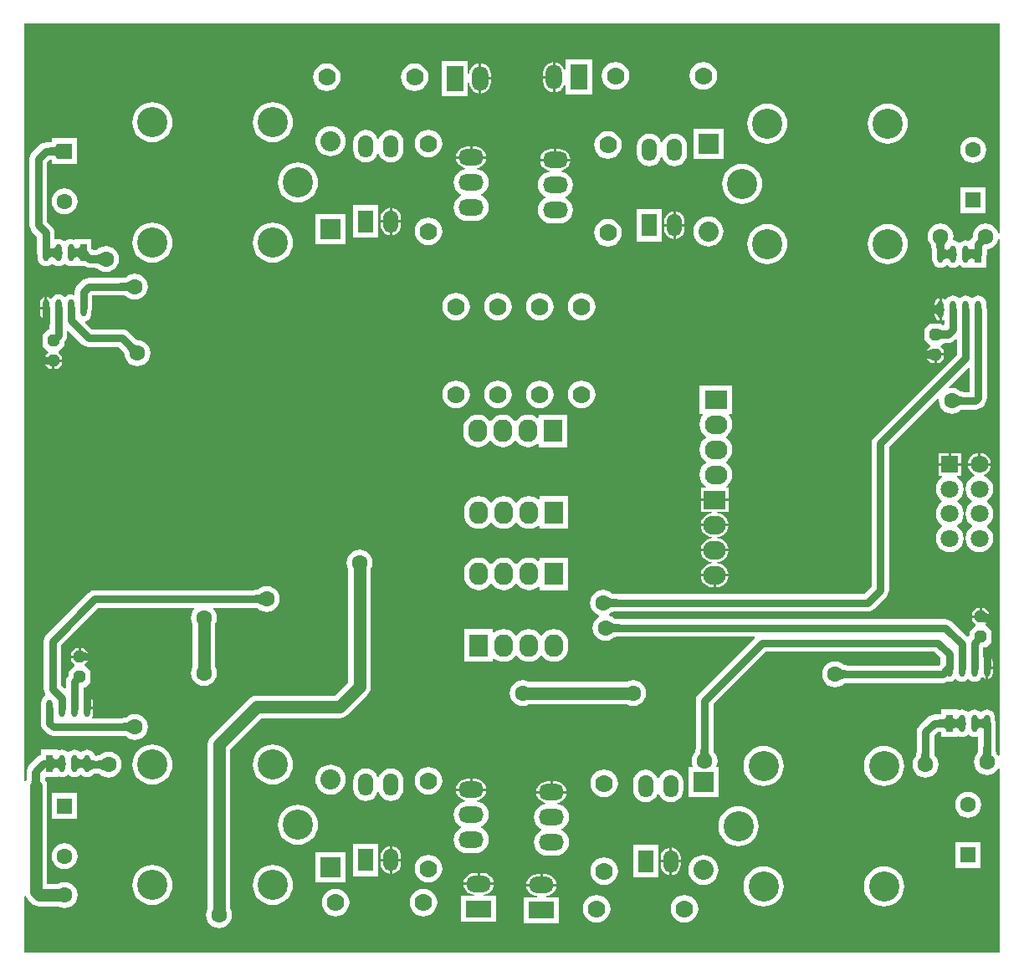
<source format=gtl>
G04*
G04 #@! TF.GenerationSoftware,Altium Limited,Altium Designer,18.0.7 (293)*
G04*
G04 Layer_Physical_Order=1*
G04 Layer_Color=255*
%FSLAX25Y25*%
%MOIN*%
G70*
G01*
G75*
%ADD18R,0.02559X0.06890*%
%ADD19O,0.02559X0.06890*%
%ADD42C,0.02953*%
%ADD43C,0.04921*%
%ADD44C,0.07087*%
%ADD45R,0.07087X0.07087*%
%ADD46O,0.07500X0.09000*%
%ADD47R,0.07500X0.09000*%
%ADD48O,0.10000X0.06500*%
%ADD49R,0.10000X0.06500*%
%ADD50R,0.08000X0.08000*%
%ADD51C,0.08000*%
%ADD52C,0.07000*%
%ADD53P,0.05196X8X292.5*%
%ADD54C,0.06299*%
%ADD55R,0.06299X0.06299*%
%ADD56R,0.09000X0.07500*%
%ADD57O,0.09000X0.07500*%
%ADD58C,0.12000*%
%ADD59R,0.06500X0.10000*%
%ADD60O,0.06500X0.10000*%
%ADD61R,0.06000X0.09000*%
%ADD62O,0.06000X0.09000*%
%ADD63O,0.10000X0.06600*%
G36*
X389000Y287765D02*
X388500Y287733D01*
X388486Y287836D01*
X387971Y289081D01*
X387150Y290150D01*
X386081Y290971D01*
X384836Y291486D01*
X383500Y291662D01*
X382164Y291486D01*
X380919Y290971D01*
X379850Y290150D01*
X379029Y289081D01*
X378514Y287836D01*
X378338Y286500D01*
X378367Y286280D01*
X378043Y285957D01*
X377556Y285322D01*
X377252Y284961D01*
X376752Y284710D01*
X376348Y284877D01*
X375500Y284989D01*
X374652Y284877D01*
X373862Y284550D01*
X373349Y284156D01*
X373000Y284073D01*
X372651Y284156D01*
X372138Y284550D01*
X371348Y284877D01*
X370931Y284932D01*
X370509Y285152D01*
X370525Y285460D01*
X370662Y286500D01*
X370486Y287836D01*
X369971Y289081D01*
X369150Y290150D01*
X368081Y290971D01*
X366836Y291486D01*
X365500Y291662D01*
X364164Y291486D01*
X362919Y290971D01*
X361850Y290150D01*
X361029Y289081D01*
X360514Y287836D01*
X360338Y286500D01*
X360514Y285164D01*
X361029Y283919D01*
X361739Y282994D01*
X361756Y282962D01*
X361774Y282942D01*
X361782Y282922D01*
X361824Y282790D01*
X361872Y282580D01*
X361913Y282340D01*
X362010Y281051D01*
X362017Y280543D01*
X362025Y280502D01*
Y279547D01*
X362144Y278648D01*
X362224Y278454D01*
Y277382D01*
X362336Y276534D01*
X362663Y275744D01*
X363183Y275065D01*
X363862Y274545D01*
X364652Y274218D01*
X365500Y274106D01*
X366348Y274218D01*
X367138Y274545D01*
X367651Y274938D01*
X368000Y275022D01*
X368349Y274938D01*
X368862Y274545D01*
X369652Y274218D01*
X370500Y274106D01*
X371348Y274218D01*
X372138Y274545D01*
X372651Y274938D01*
X373000Y275022D01*
X373349Y274938D01*
X373862Y274545D01*
X374652Y274218D01*
X375500Y274106D01*
X376348Y274218D01*
X376752Y274385D01*
X377252Y274134D01*
Y274134D01*
X383748D01*
Y278387D01*
X383856Y278648D01*
X383975Y279547D01*
Y281400D01*
X384836Y281514D01*
X386081Y282029D01*
X387150Y282850D01*
X387971Y283919D01*
X388486Y285164D01*
X388500Y285267D01*
X389000Y285235D01*
Y79610D01*
X388500Y79510D01*
X388471Y79581D01*
X387761Y80506D01*
X387744Y80537D01*
X387726Y80559D01*
X387718Y80578D01*
X387676Y80710D01*
X387628Y80920D01*
X387587Y81160D01*
X387490Y82449D01*
X387483Y82957D01*
X387475Y82998D01*
Y92500D01*
X387356Y93399D01*
X387276Y93593D01*
Y94665D01*
X387164Y95513D01*
X386837Y96303D01*
X386316Y96982D01*
X385638Y97502D01*
X384848Y97830D01*
X384000Y97941D01*
X383152Y97830D01*
X382362Y97502D01*
X381683Y96982D01*
X381316D01*
X380638Y97502D01*
X379848Y97830D01*
X379000Y97941D01*
X378152Y97830D01*
X377362Y97502D01*
X376683Y96982D01*
X376316D01*
X375638Y97502D01*
X374848Y97830D01*
X374000Y97941D01*
X373152Y97830D01*
X372748Y97662D01*
X372248Y97913D01*
Y97913D01*
X365752D01*
Y96054D01*
X365594Y96028D01*
X365229Y95996D01*
X364727Y95983D01*
X364691Y95975D01*
X363000D01*
X362101Y95856D01*
X361263Y95509D01*
X360543Y94957D01*
X357043Y91457D01*
X356491Y90737D01*
X356144Y89899D01*
X356025Y89000D01*
Y81998D01*
X356017Y81957D01*
X356010Y81415D01*
X355991Y80971D01*
X355916Y80179D01*
X355872Y79920D01*
X355824Y79710D01*
X355782Y79578D01*
X355774Y79558D01*
X355756Y79537D01*
X355739Y79506D01*
X355029Y78581D01*
X354514Y77336D01*
X354338Y76000D01*
X354514Y74664D01*
X355029Y73419D01*
X355850Y72350D01*
X356919Y71529D01*
X358164Y71014D01*
X359500Y70838D01*
X360836Y71014D01*
X362081Y71529D01*
X363150Y72350D01*
X363971Y73419D01*
X364486Y74664D01*
X364662Y76000D01*
X364486Y77336D01*
X363971Y78581D01*
X363261Y79506D01*
X363244Y79537D01*
X363226Y79558D01*
X363218Y79578D01*
X363176Y79710D01*
X363128Y79920D01*
X363087Y80160D01*
X362990Y81449D01*
X362983Y81957D01*
X362975Y81998D01*
Y87561D01*
X364439Y89025D01*
X364691D01*
X364727Y89017D01*
X365229Y89004D01*
X365594Y88972D01*
X365752Y88946D01*
Y87087D01*
X372248D01*
Y87087D01*
X372748Y87338D01*
X373152Y87170D01*
X374000Y87059D01*
X374848Y87170D01*
X375638Y87498D01*
X376316Y88018D01*
X376683D01*
X377362Y87498D01*
X378152Y87170D01*
X379000Y87059D01*
X379848Y87170D01*
X380110Y87279D01*
X380525Y87001D01*
Y82998D01*
X380517Y82957D01*
X380510Y82415D01*
X380491Y81972D01*
X380416Y81179D01*
X380372Y80920D01*
X380324Y80710D01*
X380282Y80578D01*
X380274Y80559D01*
X380256Y80537D01*
X380239Y80506D01*
X379529Y79581D01*
X379014Y78336D01*
X378838Y77000D01*
X379014Y75664D01*
X379529Y74419D01*
X380350Y73350D01*
X381419Y72529D01*
X382664Y72014D01*
X384000Y71838D01*
X385336Y72014D01*
X386581Y72529D01*
X387650Y73350D01*
X388471Y74419D01*
X388500Y74490D01*
X389000Y74390D01*
Y1000D01*
X500D01*
Y23483D01*
X1000Y23583D01*
X1131Y23266D01*
X1841Y22341D01*
X3341Y20841D01*
X4266Y20131D01*
X5344Y19685D01*
X6500Y19533D01*
X13915D01*
X13919Y19529D01*
X15164Y19014D01*
X16500Y18838D01*
X17836Y19014D01*
X19081Y19529D01*
X20150Y20350D01*
X20971Y21419D01*
X21486Y22664D01*
X21662Y24000D01*
X21486Y25336D01*
X20971Y26581D01*
X20150Y27650D01*
X19081Y28471D01*
X17836Y28986D01*
X16500Y29162D01*
X15164Y28986D01*
X13919Y28471D01*
X13915Y28467D01*
X9467D01*
Y67500D01*
X9315Y68656D01*
X8869Y69734D01*
X8667Y69997D01*
X8620Y70722D01*
X8963Y71087D01*
X13748D01*
Y71087D01*
X14248Y71338D01*
X14652Y71170D01*
X15500Y71059D01*
X16348Y71170D01*
X17138Y71497D01*
X17817Y72018D01*
X18183D01*
X18862Y71497D01*
X19652Y71170D01*
X20500Y71059D01*
X21348Y71170D01*
X22138Y71497D01*
X22817Y72018D01*
X23183D01*
X23862Y71497D01*
X24652Y71170D01*
X25500Y71059D01*
X26348Y71170D01*
X27138Y71497D01*
X27589Y71843D01*
X27737Y71930D01*
X27786Y71995D01*
X27817Y72018D01*
X27841Y72049D01*
X27905Y72099D01*
X27998Y72203D01*
X28013Y72215D01*
X28059Y72246D01*
X28148Y72290D01*
X28285Y72343D01*
X28474Y72396D01*
X28685Y72438D01*
X29122Y72482D01*
X29821Y72416D01*
X30080Y72372D01*
X30290Y72324D01*
X30422Y72282D01*
X30441Y72274D01*
X30463Y72256D01*
X30494Y72239D01*
X31419Y71529D01*
X32664Y71014D01*
X34000Y70838D01*
X35336Y71014D01*
X36581Y71529D01*
X37650Y72350D01*
X38471Y73419D01*
X38986Y74664D01*
X39162Y76000D01*
X38986Y77336D01*
X38471Y78581D01*
X37650Y79650D01*
X36581Y80471D01*
X35336Y80986D01*
X34000Y81162D01*
X32664Y80986D01*
X31419Y80471D01*
X30494Y79761D01*
X30463Y79744D01*
X30441Y79726D01*
X30422Y79718D01*
X30290Y79676D01*
X30080Y79628D01*
X29840Y79587D01*
X28962Y79521D01*
X28867Y79529D01*
X28643Y79565D01*
X28625Y79608D01*
X28625Y79609D01*
X28624Y79610D01*
X28543Y79807D01*
X28541Y79813D01*
X28539Y79817D01*
X28337Y80303D01*
X27817Y80982D01*
X27138Y81502D01*
X26348Y81830D01*
X25500Y81941D01*
X24652Y81830D01*
X23862Y81502D01*
X23183Y80982D01*
X22817D01*
X22138Y81502D01*
X21348Y81830D01*
X20500Y81941D01*
X19652Y81830D01*
X18862Y81502D01*
X18183Y80982D01*
X17817D01*
X17138Y81502D01*
X16348Y81830D01*
X15500Y81941D01*
X14652Y81830D01*
X14248Y81662D01*
X13748Y81913D01*
Y81913D01*
X7252D01*
Y79876D01*
X7101Y79856D01*
X6754Y79712D01*
X6263Y79509D01*
X5543Y78957D01*
X2543Y75957D01*
X1991Y75237D01*
X1644Y74399D01*
X1545Y73651D01*
X1517Y73511D01*
X1513Y72786D01*
X1455Y71031D01*
X1385Y70270D01*
X1352Y70062D01*
X1339Y70005D01*
X1131Y69734D01*
X1000Y69417D01*
X500Y69516D01*
Y371500D01*
X389000D01*
Y287765D01*
D02*
G37*
G36*
X379233Y281035D02*
X379731Y281024D01*
Y278071D01*
X379233Y278059D01*
Y276594D01*
X379203Y276875D01*
X379114Y277126D01*
X378967Y277347D01*
X378760Y277539D01*
X378494Y277702D01*
X378169Y277835D01*
X377922Y277901D01*
X377653Y277836D01*
X377296Y277704D01*
X377004Y277542D01*
X376776Y277351D01*
X376614Y277131D01*
X376516Y276881D01*
X376484Y276602D01*
Y278065D01*
X376280Y278071D01*
Y281024D01*
X376484Y281029D01*
Y282493D01*
X376516Y282214D01*
X376614Y281964D01*
X376776Y281744D01*
X377004Y281553D01*
X377296Y281391D01*
X377653Y281259D01*
X377922Y281193D01*
X378169Y281260D01*
X378494Y281393D01*
X378760Y281555D01*
X378967Y281747D01*
X379114Y281968D01*
X379203Y282220D01*
X379233Y282500D01*
Y281035D01*
D02*
G37*
G36*
X367566Y284085D02*
X367442Y283875D01*
X367333Y283619D01*
X367239Y283319D01*
X367159Y282973D01*
X367093Y282582D01*
X367005Y281665D01*
X367001Y281555D01*
X367003Y281553D01*
X367296Y281391D01*
X367653Y281259D01*
X368000Y281174D01*
X368347Y281259D01*
X368704Y281391D01*
X368997Y281553D01*
X369224Y281744D01*
X369386Y281964D01*
X369484Y282214D01*
X369516Y282493D01*
Y281029D01*
X369731Y281024D01*
Y278071D01*
X369516Y278066D01*
Y276602D01*
X369484Y276881D01*
X369386Y277131D01*
X369224Y277351D01*
X368997Y277542D01*
X368704Y277704D01*
X368347Y277836D01*
X368000Y277920D01*
X367653Y277836D01*
X367296Y277704D01*
X367003Y277542D01*
X366776Y277351D01*
X366614Y277131D01*
X366516Y276881D01*
X366484Y276602D01*
Y278066D01*
X366269Y278071D01*
Y280568D01*
X364024D01*
X364016Y281139D01*
X363907Y282582D01*
X363842Y282973D01*
X363761Y283319D01*
X363667Y283619D01*
X363558Y283875D01*
X363434Y284085D01*
X363295Y284251D01*
X367705D01*
X367566Y284085D01*
D02*
G37*
G36*
X383016Y93981D02*
X383231Y93976D01*
Y91024D01*
X383016Y91018D01*
Y89555D01*
X382984Y89834D01*
X382886Y90083D01*
X382724Y90304D01*
X382497Y90495D01*
X382204Y90656D01*
X381847Y90789D01*
X381500Y90873D01*
X381153Y90789D01*
X380796Y90656D01*
X380504Y90495D01*
X380276Y90304D01*
X380114Y90083D01*
X380016Y89834D01*
X379984Y89555D01*
Y91018D01*
X379769Y91024D01*
Y93976D01*
X379984Y93981D01*
Y95446D01*
X380016Y95166D01*
X380114Y94917D01*
X380276Y94696D01*
X380504Y94505D01*
X380796Y94344D01*
X381153Y94211D01*
X381500Y94127D01*
X381847Y94211D01*
X382204Y94344D01*
X382497Y94505D01*
X382724Y94696D01*
X382886Y94917D01*
X382984Y95166D01*
X383016Y95446D01*
Y93981D01*
D02*
G37*
G36*
X370297Y95172D02*
X370386Y94921D01*
X370533Y94700D01*
X370740Y94508D01*
X371006Y94345D01*
X371330Y94213D01*
X371578Y94146D01*
X371847Y94211D01*
X372204Y94344D01*
X372497Y94505D01*
X372724Y94696D01*
X372886Y94917D01*
X372984Y95166D01*
X373016Y95446D01*
Y93982D01*
X373220Y93976D01*
Y91024D01*
X373016Y91018D01*
Y89555D01*
X372984Y89834D01*
X372886Y90083D01*
X372724Y90304D01*
X372497Y90495D01*
X372204Y90656D01*
X371847Y90789D01*
X371578Y90854D01*
X371330Y90787D01*
X371006Y90654D01*
X370740Y90492D01*
X370533Y90300D01*
X370386Y90079D01*
X370297Y89828D01*
X370268Y89547D01*
Y91012D01*
X369769Y91024D01*
Y93976D01*
X370268Y93988D01*
Y95453D01*
X370297Y95172D01*
D02*
G37*
G36*
X367744Y89547D02*
X367715Y89828D01*
X367626Y90079D01*
X367478Y90300D01*
X367270Y90492D01*
X367003Y90654D01*
X366677Y90787D01*
X366292Y90891D01*
X365847Y90965D01*
X365343Y91009D01*
X364780Y91024D01*
Y93976D01*
X365343Y93991D01*
X365847Y94035D01*
X366292Y94109D01*
X366677Y94213D01*
X367003Y94345D01*
X367270Y94508D01*
X367478Y94700D01*
X367626Y94921D01*
X367715Y95172D01*
X367744Y95453D01*
Y89547D01*
D02*
G37*
G36*
X385484Y82361D02*
X385593Y80918D01*
X385659Y80527D01*
X385739Y80181D01*
X385833Y79880D01*
X385943Y79625D01*
X386066Y79415D01*
X386205Y79249D01*
X381795D01*
X381934Y79415D01*
X382057Y79625D01*
X382167Y79880D01*
X382261Y80181D01*
X382342Y80527D01*
X382407Y80918D01*
X382494Y81835D01*
X382516Y82361D01*
X382524Y82932D01*
X385476D01*
X385484Y82361D01*
D02*
G37*
G36*
X360984Y81361D02*
X361093Y79918D01*
X361158Y79527D01*
X361239Y79181D01*
X361333Y78881D01*
X361442Y78625D01*
X361566Y78415D01*
X361705Y78249D01*
X357295D01*
X357434Y78415D01*
X357558Y78625D01*
X357667Y78881D01*
X357761Y79181D01*
X357841Y79527D01*
X357907Y79918D01*
X357995Y80835D01*
X358016Y81361D01*
X358024Y81932D01*
X360976D01*
X360984Y81361D01*
D02*
G37*
G36*
X24516Y77982D02*
X24731Y77976D01*
Y75024D01*
X24516Y75019D01*
Y73554D01*
X24484Y73834D01*
X24386Y74083D01*
X24224Y74304D01*
X23997Y74495D01*
X23704Y74656D01*
X23347Y74789D01*
X23000Y74873D01*
X22653Y74789D01*
X22296Y74656D01*
X22004Y74495D01*
X21776Y74304D01*
X21614Y74083D01*
X21516Y73834D01*
X21484Y73554D01*
Y75019D01*
X21269Y75024D01*
Y77976D01*
X21484Y77982D01*
Y79445D01*
X21516Y79166D01*
X21614Y78917D01*
X21776Y78696D01*
X22004Y78505D01*
X22296Y78344D01*
X22653Y78211D01*
X23000Y78127D01*
X23347Y78211D01*
X23704Y78344D01*
X23997Y78505D01*
X24224Y78696D01*
X24386Y78917D01*
X24484Y79166D01*
X24516Y79445D01*
Y77982D01*
D02*
G37*
G36*
X26743Y78671D02*
X26821Y78420D01*
X26963Y78199D01*
X27167Y78007D01*
X27436Y77845D01*
X27768Y77712D01*
X28163Y77609D01*
X28623Y77535D01*
X28953Y77507D01*
X30082Y77593D01*
X30473Y77658D01*
X30819Y77739D01*
X31119Y77833D01*
X31375Y77943D01*
X31585Y78066D01*
X31751Y78205D01*
Y73795D01*
X31585Y73934D01*
X31375Y74058D01*
X31119Y74167D01*
X30819Y74261D01*
X30473Y74341D01*
X30082Y74407D01*
X29166Y74494D01*
X29098Y74497D01*
X28387Y74425D01*
X28004Y74349D01*
X27655Y74250D01*
X27339Y74130D01*
X27056Y73988D01*
X26805Y73824D01*
X26588Y73638D01*
X26404Y73431D01*
X26729Y78951D01*
X26743Y78671D01*
D02*
G37*
G36*
X11797Y79172D02*
X11886Y78921D01*
X12033Y78700D01*
X12240Y78508D01*
X12506Y78346D01*
X12831Y78213D01*
X13078Y78146D01*
X13347Y78211D01*
X13704Y78344D01*
X13996Y78505D01*
X14224Y78696D01*
X14386Y78917D01*
X14484Y79166D01*
X14516Y79445D01*
Y77982D01*
X14720Y77976D01*
Y75024D01*
X14516Y75018D01*
Y73554D01*
X14484Y73834D01*
X14386Y74083D01*
X14224Y74304D01*
X13996Y74495D01*
X13704Y74656D01*
X13347Y74789D01*
X13078Y74854D01*
X12831Y74787D01*
X12506Y74655D01*
X12240Y74492D01*
X12033Y74300D01*
X11886Y74079D01*
X11797Y73828D01*
X11767Y73547D01*
Y75012D01*
X11269Y75024D01*
Y77976D01*
X11767Y77988D01*
Y79453D01*
X11797Y79172D01*
D02*
G37*
G36*
X6480Y72748D02*
X6675Y69685D01*
X6736Y69416D01*
X6805Y69216D01*
X6882Y69085D01*
X3118D01*
X3195Y69216D01*
X3264Y69416D01*
X3325Y69685D01*
X3377Y70023D01*
X3459Y70906D01*
X3520Y72748D01*
X3524Y73500D01*
X6476D01*
X6480Y72748D01*
D02*
G37*
%LPC*%
G36*
X226718Y356968D02*
X216282D01*
Y351822D01*
X215781Y351789D01*
X215641Y352859D01*
X215212Y353893D01*
X214531Y354781D01*
X213643Y355462D01*
X212610Y355891D01*
X212000Y355971D01*
Y350000D01*
Y344029D01*
X212610Y344109D01*
X213643Y344538D01*
X214531Y345219D01*
X215212Y346107D01*
X215641Y347141D01*
X215781Y348211D01*
X216282Y348178D01*
Y343032D01*
X226718D01*
Y356968D01*
D02*
G37*
G36*
X211000Y355971D02*
X210390Y355891D01*
X209357Y355462D01*
X208469Y354781D01*
X207788Y353893D01*
X207359Y352859D01*
X207213Y351750D01*
Y350500D01*
X211000D01*
Y355971D01*
D02*
G37*
G36*
X182500Y355471D02*
Y350000D01*
X186287D01*
Y351250D01*
X186141Y352360D01*
X185712Y353393D01*
X185031Y354281D01*
X184143Y354962D01*
X183109Y355391D01*
X182500Y355471D01*
D02*
G37*
G36*
X271000Y356016D02*
X269572Y355828D01*
X268242Y355277D01*
X267100Y354400D01*
X266223Y353258D01*
X265672Y351928D01*
X265484Y350500D01*
X265672Y349072D01*
X266223Y347742D01*
X267100Y346600D01*
X268242Y345723D01*
X269572Y345172D01*
X271000Y344984D01*
X272428Y345172D01*
X273758Y345723D01*
X274900Y346600D01*
X275777Y347742D01*
X276328Y349072D01*
X276516Y350500D01*
X276328Y351928D01*
X275777Y353258D01*
X274900Y354400D01*
X273758Y355277D01*
X272428Y355828D01*
X271000Y356016D01*
D02*
G37*
G36*
X236000D02*
X234572Y355828D01*
X233242Y355277D01*
X232100Y354400D01*
X231223Y353258D01*
X230672Y351928D01*
X230484Y350500D01*
X230672Y349072D01*
X231223Y347742D01*
X232100Y346600D01*
X233242Y345723D01*
X234572Y345172D01*
X236000Y344984D01*
X237428Y345172D01*
X238758Y345723D01*
X239900Y346600D01*
X240777Y347742D01*
X241328Y349072D01*
X241516Y350500D01*
X241328Y351928D01*
X240777Y353258D01*
X239900Y354400D01*
X238758Y355277D01*
X237428Y355828D01*
X236000Y356016D01*
D02*
G37*
G36*
X156000Y355516D02*
X154572Y355328D01*
X153242Y354777D01*
X152100Y353900D01*
X151223Y352758D01*
X150672Y351428D01*
X150484Y350000D01*
X150672Y348572D01*
X151223Y347242D01*
X152100Y346100D01*
X153242Y345223D01*
X154572Y344672D01*
X156000Y344484D01*
X157428Y344672D01*
X158758Y345223D01*
X159900Y346100D01*
X160777Y347242D01*
X161328Y348572D01*
X161516Y350000D01*
X161328Y351428D01*
X160777Y352758D01*
X159900Y353900D01*
X158758Y354777D01*
X157428Y355328D01*
X156000Y355516D01*
D02*
G37*
G36*
X121000D02*
X119572Y355328D01*
X118242Y354777D01*
X117100Y353900D01*
X116223Y352758D01*
X115672Y351428D01*
X115484Y350000D01*
X115672Y348572D01*
X116223Y347242D01*
X117100Y346100D01*
X118242Y345223D01*
X119572Y344672D01*
X121000Y344484D01*
X122428Y344672D01*
X123758Y345223D01*
X124900Y346100D01*
X125777Y347242D01*
X126328Y348572D01*
X126516Y350000D01*
X126328Y351428D01*
X125777Y352758D01*
X124900Y353900D01*
X123758Y354777D01*
X122428Y355328D01*
X121000Y355516D01*
D02*
G37*
G36*
X211000Y349500D02*
X207213D01*
Y348250D01*
X207359Y347141D01*
X207788Y346107D01*
X208469Y345219D01*
X209357Y344538D01*
X210390Y344109D01*
X211000Y344029D01*
Y349500D01*
D02*
G37*
G36*
X186287Y349000D02*
X182500D01*
Y343529D01*
X183109Y343609D01*
X184143Y344038D01*
X185031Y344719D01*
X185712Y345607D01*
X186141Y346640D01*
X186287Y347750D01*
Y349000D01*
D02*
G37*
G36*
X177218Y356469D02*
X166781D01*
Y342531D01*
X177218D01*
Y347678D01*
X177718Y347711D01*
X177859Y346640D01*
X178288Y345607D01*
X178969Y344719D01*
X179857Y344038D01*
X180891Y343609D01*
X181500Y343529D01*
Y349500D01*
Y355471D01*
X180891Y355391D01*
X179857Y354962D01*
X178969Y354281D01*
X178288Y353393D01*
X177859Y352360D01*
X177718Y351289D01*
X177218Y351322D01*
Y356469D01*
D02*
G37*
G36*
X146500Y329011D02*
X145203Y328841D01*
X143994Y328340D01*
X142956Y327544D01*
X142160Y326506D01*
X141771Y325566D01*
X141229D01*
X140840Y326506D01*
X140044Y327544D01*
X139006Y328340D01*
X137797Y328841D01*
X136500Y329011D01*
X135203Y328841D01*
X133994Y328340D01*
X132956Y327544D01*
X132160Y326506D01*
X131659Y325297D01*
X131489Y324000D01*
Y321000D01*
X131659Y319703D01*
X132160Y318494D01*
X132956Y317456D01*
X133994Y316660D01*
X135203Y316159D01*
X136500Y315989D01*
X137797Y316159D01*
X139006Y316660D01*
X140044Y317456D01*
X140840Y318494D01*
X141229Y319434D01*
X141771D01*
X142160Y318494D01*
X142956Y317456D01*
X143994Y316660D01*
X145203Y316159D01*
X146500Y315989D01*
X147797Y316159D01*
X149006Y316660D01*
X150044Y317456D01*
X150840Y318494D01*
X151341Y319703D01*
X151511Y321000D01*
Y324000D01*
X151341Y325297D01*
X150840Y326506D01*
X150044Y327544D01*
X149006Y328340D01*
X147797Y328841D01*
X146500Y329011D01*
D02*
G37*
G36*
X259500Y327511D02*
X258203Y327341D01*
X256994Y326840D01*
X255956Y326044D01*
X255160Y325006D01*
X254771Y324065D01*
X254229D01*
X253840Y325006D01*
X253044Y326044D01*
X252006Y326840D01*
X250797Y327341D01*
X249500Y327511D01*
X248203Y327341D01*
X246994Y326840D01*
X245956Y326044D01*
X245160Y325006D01*
X244659Y323797D01*
X244489Y322500D01*
Y319500D01*
X244659Y318203D01*
X245160Y316994D01*
X245956Y315956D01*
X246994Y315160D01*
X248203Y314659D01*
X249500Y314489D01*
X250797Y314659D01*
X252006Y315160D01*
X253044Y315956D01*
X253840Y316994D01*
X254229Y317934D01*
X254771D01*
X255160Y316994D01*
X255956Y315956D01*
X256994Y315160D01*
X258203Y314659D01*
X259500Y314489D01*
X260797Y314659D01*
X262006Y315160D01*
X263044Y315956D01*
X263840Y316994D01*
X264341Y318203D01*
X264511Y319500D01*
Y322500D01*
X264341Y323797D01*
X263840Y325006D01*
X263044Y326044D01*
X262006Y326840D01*
X260797Y327341D01*
X259500Y327511D01*
D02*
G37*
G36*
X99500Y340007D02*
X97938Y339853D01*
X96436Y339398D01*
X95051Y338658D01*
X93838Y337662D01*
X92842Y336449D01*
X92102Y335064D01*
X91647Y333562D01*
X91493Y332000D01*
X91647Y330438D01*
X92102Y328936D01*
X92842Y327552D01*
X93838Y326338D01*
X95051Y325342D01*
X96436Y324602D01*
X97938Y324147D01*
X99500Y323993D01*
X101062Y324147D01*
X102564Y324602D01*
X103948Y325342D01*
X105162Y326338D01*
X106158Y327552D01*
X106898Y328936D01*
X107353Y330438D01*
X107507Y332000D01*
X107353Y333562D01*
X106898Y335064D01*
X106158Y336449D01*
X105162Y337662D01*
X103948Y338658D01*
X102564Y339398D01*
X101062Y339853D01*
X99500Y340007D01*
D02*
G37*
G36*
X51500D02*
X49938Y339853D01*
X48436Y339398D01*
X47052Y338658D01*
X45838Y337662D01*
X44842Y336449D01*
X44102Y335064D01*
X43647Y333562D01*
X43493Y332000D01*
X43647Y330438D01*
X44102Y328936D01*
X44842Y327552D01*
X45838Y326338D01*
X47052Y325342D01*
X48436Y324602D01*
X49938Y324147D01*
X51500Y323993D01*
X53062Y324147D01*
X54564Y324602D01*
X55949Y325342D01*
X57162Y326338D01*
X58158Y327552D01*
X58898Y328936D01*
X59353Y330438D01*
X59507Y332000D01*
X59353Y333562D01*
X58898Y335064D01*
X58158Y336449D01*
X57162Y337662D01*
X55949Y338658D01*
X54564Y339398D01*
X53062Y339853D01*
X51500Y340007D01*
D02*
G37*
G36*
X344500Y339507D02*
X342938Y339353D01*
X341436Y338898D01*
X340052Y338158D01*
X338838Y337162D01*
X337842Y335948D01*
X337102Y334564D01*
X336647Y333062D01*
X336493Y331500D01*
X336647Y329938D01*
X337102Y328436D01*
X337842Y327051D01*
X338838Y325838D01*
X340052Y324842D01*
X341436Y324102D01*
X342938Y323647D01*
X344500Y323493D01*
X346062Y323647D01*
X347564Y324102D01*
X348949Y324842D01*
X350162Y325838D01*
X351158Y327051D01*
X351898Y328436D01*
X352353Y329938D01*
X352507Y331500D01*
X352353Y333062D01*
X351898Y334564D01*
X351158Y335948D01*
X350162Y337162D01*
X348949Y338158D01*
X347564Y338898D01*
X346062Y339353D01*
X344500Y339507D01*
D02*
G37*
G36*
X296500D02*
X294938Y339353D01*
X293436Y338898D01*
X292052Y338158D01*
X290838Y337162D01*
X289842Y335948D01*
X289102Y334564D01*
X288647Y333062D01*
X288493Y331500D01*
X288647Y329938D01*
X289102Y328436D01*
X289842Y327051D01*
X290838Y325838D01*
X292052Y324842D01*
X293436Y324102D01*
X294938Y323647D01*
X296500Y323493D01*
X298062Y323647D01*
X299564Y324102D01*
X300949Y324842D01*
X302162Y325838D01*
X303158Y327051D01*
X303898Y328436D01*
X304353Y329938D01*
X304507Y331500D01*
X304353Y333062D01*
X303898Y334564D01*
X303158Y335948D01*
X302162Y337162D01*
X300949Y338158D01*
X299564Y338898D01*
X298062Y339353D01*
X296500Y339507D01*
D02*
G37*
G36*
X122500Y330497D02*
X121330Y330382D01*
X120205Y330041D01*
X119168Y329487D01*
X118259Y328741D01*
X117513Y327832D01*
X116959Y326795D01*
X116618Y325670D01*
X116503Y324500D01*
X116618Y323330D01*
X116959Y322205D01*
X117513Y321168D01*
X118259Y320259D01*
X119168Y319513D01*
X120205Y318959D01*
X121330Y318618D01*
X122500Y318503D01*
X123670Y318618D01*
X124795Y318959D01*
X125832Y319513D01*
X126741Y320259D01*
X127487Y321168D01*
X128041Y322205D01*
X128382Y323330D01*
X128497Y324500D01*
X128382Y325670D01*
X128041Y326795D01*
X127487Y327832D01*
X126741Y328741D01*
X125832Y329487D01*
X124795Y330041D01*
X123670Y330382D01*
X122500Y330497D01*
D02*
G37*
G36*
X180200Y322337D02*
X179000D01*
Y318500D01*
X184471D01*
X184389Y319123D01*
X183956Y320169D01*
X183267Y321067D01*
X182369Y321756D01*
X181323Y322189D01*
X180200Y322337D01*
D02*
G37*
G36*
X178000D02*
X176800D01*
X175678Y322189D01*
X174631Y321756D01*
X173733Y321067D01*
X173044Y320169D01*
X172611Y319123D01*
X172529Y318500D01*
X178000D01*
Y322337D01*
D02*
G37*
G36*
X161500Y329016D02*
X160072Y328828D01*
X158742Y328277D01*
X157600Y327400D01*
X156723Y326258D01*
X156172Y324928D01*
X155984Y323500D01*
X156172Y322072D01*
X156723Y320742D01*
X157600Y319600D01*
X158742Y318723D01*
X160072Y318172D01*
X161500Y317984D01*
X162928Y318172D01*
X164258Y318723D01*
X165400Y319600D01*
X166277Y320742D01*
X166828Y322072D01*
X167016Y323500D01*
X166828Y324928D01*
X166277Y326258D01*
X165400Y327400D01*
X164258Y328277D01*
X162928Y328828D01*
X161500Y329016D01*
D02*
G37*
G36*
X278969Y329468D02*
X267032D01*
Y317531D01*
X278969D01*
Y329468D01*
D02*
G37*
G36*
X213700Y321337D02*
X212500D01*
Y317500D01*
X217971D01*
X217889Y318123D01*
X217456Y319169D01*
X216767Y320067D01*
X215869Y320756D01*
X214823Y321189D01*
X213700Y321337D01*
D02*
G37*
G36*
X211500D02*
X210300D01*
X209177Y321189D01*
X208131Y320756D01*
X207233Y320067D01*
X206544Y319169D01*
X206111Y318123D01*
X206029Y317500D01*
X211500D01*
Y321337D01*
D02*
G37*
G36*
X233000Y328516D02*
X231572Y328328D01*
X230242Y327777D01*
X229100Y326900D01*
X228223Y325758D01*
X227672Y324428D01*
X227484Y323000D01*
X227672Y321572D01*
X228223Y320242D01*
X229100Y319100D01*
X230242Y318223D01*
X231572Y317672D01*
X233000Y317484D01*
X234428Y317672D01*
X235758Y318223D01*
X236900Y319100D01*
X237777Y320242D01*
X238328Y321572D01*
X238516Y323000D01*
X238328Y324428D01*
X237777Y325758D01*
X236900Y326900D01*
X235758Y327777D01*
X234428Y328328D01*
X233000Y328516D01*
D02*
G37*
G36*
X378500Y326162D02*
X377164Y325986D01*
X375919Y325471D01*
X374850Y324650D01*
X374029Y323581D01*
X373514Y322336D01*
X373338Y321000D01*
X373514Y319664D01*
X374029Y318419D01*
X374850Y317350D01*
X375919Y316529D01*
X377164Y316014D01*
X378500Y315838D01*
X379836Y316014D01*
X381081Y316529D01*
X382150Y317350D01*
X382971Y318419D01*
X383486Y319664D01*
X383662Y321000D01*
X383486Y322336D01*
X382971Y323581D01*
X382150Y324650D01*
X381081Y325471D01*
X379836Y325986D01*
X378500Y326162D01*
D02*
G37*
G36*
X21618Y325618D02*
X11382D01*
Y324054D01*
X11224Y324028D01*
X10859Y323996D01*
X10357Y323983D01*
X10321Y323975D01*
X9000D01*
X8101Y323856D01*
X7754Y323712D01*
X7263Y323509D01*
X6543Y322957D01*
X3543Y319957D01*
X2991Y319237D01*
X2644Y318399D01*
X2525Y317500D01*
Y291000D01*
X2644Y290101D01*
X2991Y289263D01*
X3543Y288543D01*
X5525Y286561D01*
Y280047D01*
X5644Y279148D01*
X5724Y278954D01*
Y277882D01*
X5836Y277034D01*
X6163Y276244D01*
X6684Y275565D01*
X7362Y275045D01*
X8152Y274717D01*
X9000Y274606D01*
X9848Y274717D01*
X10638Y275045D01*
X11316Y275565D01*
X11683D01*
X12362Y275045D01*
X13152Y274717D01*
X14000Y274606D01*
X14848Y274717D01*
X15638Y275045D01*
X16151Y275438D01*
X16500Y275522D01*
X16849Y275438D01*
X17362Y275045D01*
X18152Y274717D01*
X19000Y274606D01*
X19848Y274717D01*
X20252Y274885D01*
X20752Y274634D01*
Y274634D01*
X24624D01*
X24810Y274491D01*
X25301Y274288D01*
X25648Y274144D01*
X26547Y274025D01*
X27002D01*
X27043Y274017D01*
X27585Y274010D01*
X28029Y273991D01*
X28821Y273916D01*
X29080Y273872D01*
X29290Y273824D01*
X29422Y273782D01*
X29441Y273774D01*
X29463Y273756D01*
X29494Y273739D01*
X30419Y273029D01*
X31664Y272514D01*
X33000Y272338D01*
X34336Y272514D01*
X35581Y273029D01*
X36650Y273850D01*
X37471Y274919D01*
X37986Y276164D01*
X38162Y277500D01*
X37986Y278836D01*
X37471Y280081D01*
X36650Y281150D01*
X35581Y281971D01*
X34336Y282486D01*
X33000Y282662D01*
X31664Y282486D01*
X30419Y281971D01*
X29494Y281261D01*
X29463Y281244D01*
X29441Y281226D01*
X29422Y281218D01*
X29290Y281176D01*
X29080Y281128D01*
X28840Y281087D01*
X27977Y281022D01*
X27530Y281511D01*
X27248Y281854D01*
Y285461D01*
X20752D01*
Y285461D01*
X20252Y285210D01*
X19848Y285377D01*
X19000Y285489D01*
X18152Y285377D01*
X17362Y285050D01*
X16849Y284656D01*
X16500Y284573D01*
X16151Y284656D01*
X15638Y285050D01*
X14848Y285377D01*
X14000Y285489D01*
X13152Y285377D01*
X12890Y285269D01*
X12475Y285546D01*
Y288000D01*
X12356Y288899D01*
X12212Y289246D01*
X12009Y289737D01*
X11457Y290457D01*
X9475Y292439D01*
Y316061D01*
X10429Y317015D01*
X10859Y317004D01*
X11224Y316972D01*
X11382Y316946D01*
Y315382D01*
X21618D01*
Y325618D01*
D02*
G37*
G36*
X109500Y316007D02*
X107938Y315853D01*
X106436Y315398D01*
X105052Y314658D01*
X103838Y313662D01*
X102842Y312449D01*
X102102Y311064D01*
X101647Y309562D01*
X101493Y308000D01*
X101647Y306438D01*
X102102Y304936D01*
X102842Y303552D01*
X103838Y302338D01*
X105052Y301342D01*
X106436Y300602D01*
X107938Y300147D01*
X109500Y299993D01*
X111062Y300147D01*
X112564Y300602D01*
X113949Y301342D01*
X115162Y302338D01*
X116158Y303552D01*
X116898Y304936D01*
X117353Y306438D01*
X117507Y308000D01*
X117353Y309562D01*
X116898Y311064D01*
X116158Y312449D01*
X115162Y313662D01*
X113949Y314658D01*
X112564Y315398D01*
X111062Y315853D01*
X109500Y316007D01*
D02*
G37*
G36*
X286500Y315507D02*
X284938Y315353D01*
X283436Y314898D01*
X282051Y314158D01*
X280838Y313162D01*
X279842Y311948D01*
X279102Y310564D01*
X278647Y309062D01*
X278493Y307500D01*
X278647Y305938D01*
X279102Y304436D01*
X279842Y303051D01*
X280838Y301838D01*
X282051Y300842D01*
X283436Y300102D01*
X284938Y299647D01*
X286500Y299493D01*
X288062Y299647D01*
X289564Y300102D01*
X290949Y300842D01*
X292162Y301838D01*
X293158Y303051D01*
X293898Y304436D01*
X294353Y305938D01*
X294507Y307500D01*
X294353Y309062D01*
X293898Y310564D01*
X293158Y311948D01*
X292162Y313162D01*
X290949Y314158D01*
X289564Y314898D01*
X288062Y315353D01*
X286500Y315507D01*
D02*
G37*
G36*
X383618Y306118D02*
X373382D01*
Y295882D01*
X383618D01*
Y306118D01*
D02*
G37*
G36*
X16500Y305662D02*
X15164Y305486D01*
X13919Y304971D01*
X12850Y304150D01*
X12029Y303081D01*
X11514Y301836D01*
X11338Y300500D01*
X11514Y299164D01*
X12029Y297919D01*
X12850Y296850D01*
X13919Y296029D01*
X15164Y295514D01*
X16500Y295338D01*
X17836Y295514D01*
X19081Y296029D01*
X20150Y296850D01*
X20971Y297919D01*
X21486Y299164D01*
X21662Y300500D01*
X21486Y301836D01*
X20971Y303081D01*
X20150Y304150D01*
X19081Y304971D01*
X17836Y305486D01*
X16500Y305662D01*
D02*
G37*
G36*
X147000Y297969D02*
Y293000D01*
X150534D01*
Y294000D01*
X150397Y295044D01*
X149994Y296017D01*
X149353Y296853D01*
X148517Y297494D01*
X147544Y297897D01*
X147000Y297969D01*
D02*
G37*
G36*
X146000D02*
X145456Y297897D01*
X144483Y297494D01*
X143647Y296853D01*
X143006Y296017D01*
X142603Y295044D01*
X142465Y294000D01*
Y293000D01*
X146000D01*
Y297969D01*
D02*
G37*
G36*
X184471Y317500D02*
X178500D01*
X172529D01*
X172611Y316878D01*
X173044Y315831D01*
X173733Y314933D01*
X174631Y314244D01*
X175678Y313811D01*
X176210Y313741D01*
Y313236D01*
X175425Y313133D01*
X174143Y312602D01*
X173043Y311757D01*
X172198Y310657D01*
X171667Y309375D01*
X171486Y308000D01*
X171667Y306625D01*
X172198Y305343D01*
X173043Y304242D01*
X174143Y303398D01*
X174500Y303250D01*
Y302750D01*
X174143Y302602D01*
X173043Y301758D01*
X172198Y300657D01*
X171667Y299375D01*
X171486Y298000D01*
X171667Y296625D01*
X172198Y295343D01*
X173043Y294243D01*
X174143Y293398D01*
X175425Y292867D01*
X176800Y292686D01*
X180200D01*
X181575Y292867D01*
X182857Y293398D01*
X183958Y294243D01*
X184802Y295343D01*
X185333Y296625D01*
X185514Y298000D01*
X185333Y299375D01*
X184802Y300657D01*
X183958Y301758D01*
X182857Y302602D01*
X182500Y302750D01*
Y303250D01*
X182857Y303398D01*
X183958Y304242D01*
X184802Y305343D01*
X185333Y306625D01*
X185514Y308000D01*
X185333Y309375D01*
X184802Y310657D01*
X183958Y311757D01*
X182857Y312602D01*
X181575Y313133D01*
X180790Y313236D01*
Y313741D01*
X181323Y313811D01*
X182369Y314244D01*
X183267Y314933D01*
X183956Y315831D01*
X184389Y316878D01*
X184471Y317500D01*
D02*
G37*
G36*
X212000Y317000D02*
D01*
Y316500D01*
X206029D01*
X206111Y315878D01*
X206544Y314831D01*
X207233Y313933D01*
X208131Y313244D01*
X209177Y312811D01*
X209710Y312741D01*
Y312236D01*
X208925Y312133D01*
X207643Y311602D01*
X206542Y310757D01*
X205698Y309657D01*
X205167Y308375D01*
X204986Y307000D01*
X205167Y305625D01*
X205698Y304343D01*
X206542Y303242D01*
X207643Y302398D01*
X208000Y302250D01*
Y301750D01*
X207643Y301602D01*
X206542Y300758D01*
X205698Y299657D01*
X205167Y298375D01*
X204986Y297000D01*
X205167Y295625D01*
X205698Y294343D01*
X206542Y293243D01*
X207643Y292398D01*
X208925Y291867D01*
X210300Y291686D01*
X213700D01*
X215075Y291867D01*
X216357Y292398D01*
X217458Y293243D01*
X218302Y294343D01*
X218833Y295625D01*
X219014Y297000D01*
X218833Y298375D01*
X218302Y299657D01*
X217458Y300758D01*
X216357Y301602D01*
X216000Y301750D01*
Y302250D01*
X216357Y302398D01*
X217458Y303242D01*
X218302Y304343D01*
X218833Y305625D01*
X219014Y307000D01*
X218833Y308375D01*
X218302Y309657D01*
X217458Y310757D01*
X216357Y311602D01*
X215075Y312133D01*
X214290Y312236D01*
Y312741D01*
X214823Y312811D01*
X215869Y313244D01*
X216767Y313933D01*
X217456Y314831D01*
X217889Y315878D01*
X217971Y316500D01*
X212000D01*
Y317000D01*
D02*
G37*
G36*
X260000Y296469D02*
Y291500D01*
X263534D01*
Y292500D01*
X263397Y293544D01*
X262994Y294517D01*
X262353Y295353D01*
X261517Y295994D01*
X260544Y296397D01*
X260000Y296469D01*
D02*
G37*
G36*
X259000D02*
X258456Y296397D01*
X257483Y295994D01*
X256647Y295353D01*
X256006Y294517D01*
X255603Y293544D01*
X255466Y292500D01*
Y291500D01*
X259000D01*
Y296469D01*
D02*
G37*
G36*
X150534Y292000D02*
X147000D01*
Y287031D01*
X147544Y287103D01*
X148517Y287506D01*
X149353Y288147D01*
X149994Y288983D01*
X150397Y289956D01*
X150534Y291000D01*
Y292000D01*
D02*
G37*
G36*
X146000D02*
X142465D01*
Y291000D01*
X142603Y289956D01*
X143006Y288983D01*
X143647Y288147D01*
X144483Y287506D01*
X145456Y287103D01*
X146000Y287031D01*
Y292000D01*
D02*
G37*
G36*
X141469Y298969D02*
X131532D01*
Y286032D01*
X141469D01*
Y298969D01*
D02*
G37*
G36*
X263534Y290500D02*
X260000D01*
Y285531D01*
X260544Y285603D01*
X261517Y286006D01*
X262353Y286647D01*
X262994Y287483D01*
X263397Y288456D01*
X263534Y289500D01*
Y290500D01*
D02*
G37*
G36*
X259000D02*
X255466D01*
Y289500D01*
X255603Y288456D01*
X256006Y287483D01*
X256647Y286647D01*
X257483Y286006D01*
X258456Y285603D01*
X259000Y285531D01*
Y290500D01*
D02*
G37*
G36*
X254468Y297468D02*
X244531D01*
Y284531D01*
X254468D01*
Y297468D01*
D02*
G37*
G36*
X128469Y295468D02*
X116532D01*
Y283531D01*
X128469D01*
Y295468D01*
D02*
G37*
G36*
X161500Y294016D02*
X160072Y293828D01*
X158742Y293277D01*
X157600Y292400D01*
X156723Y291258D01*
X156172Y289928D01*
X155984Y288500D01*
X156172Y287072D01*
X156723Y285742D01*
X157600Y284600D01*
X158742Y283723D01*
X160072Y283172D01*
X161500Y282984D01*
X162928Y283172D01*
X164258Y283723D01*
X165400Y284600D01*
X166277Y285742D01*
X166828Y287072D01*
X167016Y288500D01*
X166828Y289928D01*
X166277Y291258D01*
X165400Y292400D01*
X164258Y293277D01*
X162928Y293828D01*
X161500Y294016D01*
D02*
G37*
G36*
X273000Y294497D02*
X271830Y294382D01*
X270705Y294041D01*
X269668Y293487D01*
X268759Y292741D01*
X268013Y291832D01*
X267459Y290795D01*
X267118Y289670D01*
X267003Y288500D01*
X267118Y287330D01*
X267459Y286205D01*
X268013Y285168D01*
X268759Y284259D01*
X269668Y283513D01*
X270705Y282959D01*
X271830Y282618D01*
X273000Y282503D01*
X274170Y282618D01*
X275295Y282959D01*
X276332Y283513D01*
X277241Y284259D01*
X277987Y285168D01*
X278541Y286205D01*
X278882Y287330D01*
X278997Y288500D01*
X278882Y289670D01*
X278541Y290795D01*
X277987Y291832D01*
X277241Y292741D01*
X276332Y293487D01*
X275295Y294041D01*
X274170Y294382D01*
X273000Y294497D01*
D02*
G37*
G36*
X233000Y293516D02*
X231572Y293328D01*
X230242Y292777D01*
X229100Y291900D01*
X228223Y290758D01*
X227672Y289428D01*
X227484Y288000D01*
X227672Y286572D01*
X228223Y285242D01*
X229100Y284100D01*
X230242Y283223D01*
X231572Y282672D01*
X233000Y282484D01*
X234428Y282672D01*
X235758Y283223D01*
X236900Y284100D01*
X237777Y285242D01*
X238328Y286572D01*
X238516Y288000D01*
X238328Y289428D01*
X237777Y290758D01*
X236900Y291900D01*
X235758Y292777D01*
X234428Y293328D01*
X233000Y293516D01*
D02*
G37*
G36*
X99500Y292007D02*
X97938Y291853D01*
X96436Y291398D01*
X95051Y290658D01*
X93838Y289662D01*
X92842Y288449D01*
X92102Y287064D01*
X91647Y285562D01*
X91493Y284000D01*
X91647Y282438D01*
X92102Y280936D01*
X92842Y279552D01*
X93838Y278338D01*
X95051Y277342D01*
X96436Y276602D01*
X97938Y276147D01*
X99500Y275993D01*
X101062Y276147D01*
X102564Y276602D01*
X103948Y277342D01*
X105162Y278338D01*
X106158Y279552D01*
X106898Y280936D01*
X107353Y282438D01*
X107507Y284000D01*
X107353Y285562D01*
X106898Y287064D01*
X106158Y288449D01*
X105162Y289662D01*
X103948Y290658D01*
X102564Y291398D01*
X101062Y291853D01*
X99500Y292007D01*
D02*
G37*
G36*
X51500D02*
X49938Y291853D01*
X48436Y291398D01*
X47052Y290658D01*
X45838Y289662D01*
X44842Y288449D01*
X44102Y287064D01*
X43647Y285562D01*
X43493Y284000D01*
X43647Y282438D01*
X44102Y280936D01*
X44842Y279552D01*
X45838Y278338D01*
X47052Y277342D01*
X48436Y276602D01*
X49938Y276147D01*
X51500Y275993D01*
X53062Y276147D01*
X54564Y276602D01*
X55949Y277342D01*
X57162Y278338D01*
X58158Y279552D01*
X58898Y280936D01*
X59353Y282438D01*
X59507Y284000D01*
X59353Y285562D01*
X58898Y287064D01*
X58158Y288449D01*
X57162Y289662D01*
X55949Y290658D01*
X54564Y291398D01*
X53062Y291853D01*
X51500Y292007D01*
D02*
G37*
G36*
X344500Y291507D02*
X342938Y291353D01*
X341436Y290898D01*
X340052Y290158D01*
X338838Y289162D01*
X337842Y287948D01*
X337102Y286564D01*
X336647Y285062D01*
X336493Y283500D01*
X336647Y281938D01*
X337102Y280436D01*
X337842Y279051D01*
X338838Y277838D01*
X340052Y276842D01*
X341436Y276102D01*
X342938Y275647D01*
X344500Y275493D01*
X346062Y275647D01*
X347564Y276102D01*
X348949Y276842D01*
X350162Y277838D01*
X351158Y279051D01*
X351898Y280436D01*
X352353Y281938D01*
X352507Y283500D01*
X352353Y285062D01*
X351898Y286564D01*
X351158Y287948D01*
X350162Y289162D01*
X348949Y290158D01*
X347564Y290898D01*
X346062Y291353D01*
X344500Y291507D01*
D02*
G37*
G36*
X296500D02*
X294938Y291353D01*
X293436Y290898D01*
X292052Y290158D01*
X290838Y289162D01*
X289842Y287948D01*
X289102Y286564D01*
X288647Y285062D01*
X288493Y283500D01*
X288647Y281938D01*
X289102Y280436D01*
X289842Y279051D01*
X290838Y277838D01*
X292052Y276842D01*
X293436Y276102D01*
X294938Y275647D01*
X296500Y275493D01*
X298062Y275647D01*
X299564Y276102D01*
X300949Y276842D01*
X302162Y277838D01*
X303158Y279051D01*
X303898Y280436D01*
X304353Y281938D01*
X304507Y283500D01*
X304353Y285062D01*
X303898Y286564D01*
X303158Y287948D01*
X302162Y289162D01*
X300949Y290158D01*
X299564Y290898D01*
X298062Y291353D01*
X296500Y291507D01*
D02*
G37*
G36*
X44500Y271662D02*
X43164Y271486D01*
X41919Y270971D01*
X40994Y270261D01*
X40962Y270244D01*
X40942Y270226D01*
X40922Y270218D01*
X40790Y270176D01*
X40580Y270128D01*
X40340Y270087D01*
X39051Y269990D01*
X38543Y269983D01*
X38502Y269975D01*
X26000D01*
X25101Y269856D01*
X24263Y269509D01*
X23543Y268957D01*
X21543Y266957D01*
X20991Y266237D01*
X20644Y265399D01*
X20525Y264500D01*
Y263499D01*
X20110Y263221D01*
X19848Y263330D01*
X19000Y263441D01*
X18152Y263330D01*
X17362Y263002D01*
X16683Y262482D01*
X16317D01*
X15638Y263002D01*
X14848Y263330D01*
X14000Y263441D01*
X13152Y263330D01*
X12362Y263002D01*
X11683Y262482D01*
X11209Y261863D01*
X10714Y261771D01*
X10628Y261819D01*
X9889Y262313D01*
X9500Y262390D01*
Y258000D01*
Y253610D01*
X9889Y253687D01*
X10084Y253818D01*
X10525Y253582D01*
Y249369D01*
X9816D01*
X7632Y247184D01*
Y242816D01*
X9816Y240632D01*
X9824D01*
X10031Y240131D01*
X8600Y238700D01*
Y237500D01*
X12000D01*
X15400D01*
Y238700D01*
X13969Y240131D01*
X14176Y240632D01*
X14184D01*
X16368Y242816D01*
Y244455D01*
X16457Y244543D01*
X17009Y245263D01*
X17356Y246101D01*
X17475Y247000D01*
Y248958D01*
X17936Y249150D01*
X23543Y243543D01*
X24263Y242991D01*
X25101Y242644D01*
X26000Y242525D01*
X38061D01*
X38802Y241785D01*
X38824Y241749D01*
X39203Y241361D01*
X39504Y241034D01*
X40010Y240421D01*
X40163Y240207D01*
X40277Y240024D01*
X40341Y239901D01*
X40349Y239881D01*
X40351Y239854D01*
X40361Y239819D01*
X40514Y238664D01*
X41029Y237419D01*
X41850Y236350D01*
X42919Y235529D01*
X44164Y235014D01*
X45500Y234838D01*
X46836Y235014D01*
X48081Y235529D01*
X49150Y236350D01*
X49971Y237419D01*
X50486Y238664D01*
X50662Y240000D01*
X50486Y241336D01*
X49971Y242581D01*
X49150Y243650D01*
X48081Y244471D01*
X46836Y244986D01*
X45681Y245139D01*
X45646Y245149D01*
X45619Y245151D01*
X45599Y245159D01*
X45476Y245223D01*
X45293Y245337D01*
X45095Y245478D01*
X44114Y246321D01*
X43751Y246675D01*
X43716Y246698D01*
X41957Y248457D01*
X41237Y249009D01*
X40399Y249356D01*
X39500Y249475D01*
X27439D01*
X24706Y252208D01*
X24921Y252700D01*
X25638Y252997D01*
X26316Y253518D01*
X26837Y254197D01*
X27164Y254987D01*
X27276Y255835D01*
Y256907D01*
X27356Y257101D01*
X27475Y258000D01*
Y263025D01*
X38502D01*
X38543Y263017D01*
X39085Y263010D01*
X39529Y262991D01*
X40321Y262916D01*
X40580Y262872D01*
X40790Y262824D01*
X40922Y262782D01*
X40942Y262774D01*
X40962Y262756D01*
X40994Y262739D01*
X41919Y262029D01*
X43164Y261514D01*
X44500Y261338D01*
X45836Y261514D01*
X47081Y262029D01*
X48150Y262850D01*
X48971Y263919D01*
X49486Y265164D01*
X49662Y266500D01*
X49486Y267836D01*
X48971Y269081D01*
X48150Y270150D01*
X47081Y270971D01*
X45836Y271486D01*
X44500Y271662D01*
D02*
G37*
G36*
X380500Y262941D02*
X379652Y262830D01*
X378862Y262503D01*
X378349Y262109D01*
X378000Y262026D01*
X377651Y262109D01*
X377138Y262503D01*
X376348Y262830D01*
X375500Y262941D01*
X374652Y262830D01*
X373862Y262503D01*
X373349Y262109D01*
X373000Y262026D01*
X372651Y262109D01*
X372138Y262503D01*
X371348Y262830D01*
X370500Y262941D01*
X369652Y262830D01*
X368862Y262503D01*
X368183Y261982D01*
X367709Y261363D01*
X367214Y261271D01*
X367128Y261319D01*
X366389Y261813D01*
X366000Y261890D01*
Y257500D01*
Y253110D01*
X366389Y253187D01*
X366584Y253318D01*
X367025Y253082D01*
Y251537D01*
X366603Y251183D01*
X366525Y251170D01*
X366358Y251216D01*
X366324Y251228D01*
X365684Y251869D01*
X364828D01*
X364694Y251895D01*
X364617Y251880D01*
X364540Y251889D01*
X364466Y251869D01*
X361316D01*
X359132Y249684D01*
Y245316D01*
X361316Y243131D01*
X361324D01*
X361531Y242632D01*
X360100Y241200D01*
Y241069D01*
X360477Y241122D01*
X360884Y241204D01*
X361250Y241305D01*
X361575Y241423D01*
X361860Y241560D01*
X362103Y241715D01*
X362306Y241888D01*
Y240000D01*
X363500D01*
X366900D01*
Y241200D01*
X365469Y242632D01*
X365676Y243131D01*
X365684D01*
X366324Y243772D01*
X366358Y243784D01*
X366572Y243843D01*
X366847Y243900D01*
X367159Y243945D01*
X368030Y244009D01*
X368533Y244017D01*
X368686Y244050D01*
X369399Y244144D01*
X370237Y244491D01*
X370957Y245043D01*
X371564Y245650D01*
X372025Y245458D01*
Y239439D01*
X339043Y206457D01*
X338491Y205737D01*
X338144Y204899D01*
X338025Y204000D01*
Y146939D01*
X335061Y143975D01*
X236998D01*
X236957Y143983D01*
X236415Y143990D01*
X235971Y144009D01*
X235179Y144084D01*
X234920Y144128D01*
X234710Y144176D01*
X234578Y144218D01*
X234559Y144226D01*
X234538Y144244D01*
X234506Y144261D01*
X233581Y144971D01*
X232336Y145486D01*
X231000Y145662D01*
X229664Y145486D01*
X228419Y144971D01*
X227350Y144150D01*
X226529Y143081D01*
X226014Y141836D01*
X225838Y140500D01*
X226014Y139164D01*
X226529Y137919D01*
X227350Y136850D01*
X228419Y136029D01*
X229544Y135564D01*
X229614Y135052D01*
X229419Y134971D01*
X228350Y134150D01*
X227529Y133081D01*
X227014Y131836D01*
X226838Y130500D01*
X227014Y129164D01*
X227529Y127919D01*
X228350Y126850D01*
X229419Y126029D01*
X230664Y125514D01*
X232000Y125338D01*
X233336Y125514D01*
X234581Y126029D01*
X235506Y126739D01*
X235538Y126756D01*
X235559Y126774D01*
X235578Y126782D01*
X235710Y126824D01*
X235920Y126872D01*
X236160Y126913D01*
X237449Y127010D01*
X237957Y127017D01*
X237998Y127025D01*
X291404D01*
X291612Y126525D01*
X269043Y103957D01*
X268491Y103237D01*
X268144Y102399D01*
X268025Y101500D01*
Y83427D01*
X268017Y83386D01*
X268010Y82844D01*
X267991Y82401D01*
X267916Y81608D01*
X267872Y81349D01*
X267824Y81139D01*
X267782Y81007D01*
X267774Y80988D01*
X267756Y80967D01*
X267739Y80935D01*
X267029Y80010D01*
X266514Y78765D01*
X266338Y77429D01*
X266514Y76093D01*
X266807Y75384D01*
X266529Y74968D01*
X265032D01*
Y63032D01*
X276969D01*
Y74968D01*
X276471D01*
X276193Y75384D01*
X276486Y76093D01*
X276662Y77429D01*
X276486Y78765D01*
X275971Y80010D01*
X275261Y80935D01*
X275244Y80967D01*
X275226Y80988D01*
X275218Y81007D01*
X275176Y81139D01*
X275128Y81349D01*
X275087Y81589D01*
X274990Y82878D01*
X274983Y83386D01*
X274975Y83427D01*
Y100061D01*
X295939Y121025D01*
X363061D01*
X365525Y118561D01*
Y116134D01*
X364946Y115475D01*
X329498D01*
X329457Y115483D01*
X328915Y115490D01*
X328471Y115509D01*
X327679Y115584D01*
X327420Y115628D01*
X327210Y115676D01*
X327078Y115718D01*
X327059Y115726D01*
X327038Y115744D01*
X327006Y115761D01*
X326081Y116471D01*
X324836Y116986D01*
X323500Y117162D01*
X322164Y116986D01*
X320919Y116471D01*
X319850Y115650D01*
X319029Y114581D01*
X318514Y113336D01*
X318338Y112000D01*
X318514Y110664D01*
X319029Y109419D01*
X319850Y108350D01*
X320919Y107529D01*
X322164Y107014D01*
X323500Y106838D01*
X324836Y107014D01*
X326081Y107529D01*
X327006Y108239D01*
X327038Y108256D01*
X327059Y108274D01*
X327078Y108282D01*
X327210Y108324D01*
X327420Y108372D01*
X327660Y108413D01*
X328949Y108510D01*
X329457Y108517D01*
X329498Y108525D01*
X366453D01*
X367352Y108644D01*
X368190Y108991D01*
X368437Y109180D01*
X369000Y109106D01*
X369848Y109218D01*
X370638Y109545D01*
X371151Y109938D01*
X371500Y110022D01*
X371849Y109938D01*
X372362Y109545D01*
X373152Y109218D01*
X374000Y109106D01*
X374848Y109218D01*
X375638Y109545D01*
X376151Y109938D01*
X376500Y110022D01*
X376849Y109938D01*
X377362Y109545D01*
X378152Y109218D01*
X379000Y109106D01*
X379848Y109218D01*
X380638Y109545D01*
X381316Y110065D01*
X381791Y110684D01*
X382286Y110776D01*
X382372Y110728D01*
X383111Y110235D01*
X383500Y110157D01*
Y114547D01*
Y118937D01*
X383111Y118860D01*
X382916Y118730D01*
X382475Y118965D01*
Y122632D01*
X383684D01*
X385869Y124816D01*
Y129184D01*
X383684Y131369D01*
X383676D01*
X383469Y131869D01*
X383921Y132321D01*
X383819Y132405D01*
X383395Y132683D01*
X383012Y132878D01*
X382670Y132990D01*
X382370Y133019D01*
X382110Y132966D01*
X381890Y132831D01*
X381712Y132612D01*
X382859Y134500D01*
X381500D01*
X378100D01*
Y133300D01*
X379532Y131869D01*
X379324Y131369D01*
X379316D01*
X377132Y129184D01*
Y127545D01*
X376543Y126957D01*
X376519Y126926D01*
X376021Y126893D01*
X369957Y132957D01*
X369237Y133509D01*
X368399Y133856D01*
X367500Y133975D01*
X237998D01*
X237957Y133983D01*
X237415Y133990D01*
X236971Y134009D01*
X236179Y134084D01*
X235920Y134128D01*
X235710Y134176D01*
X235578Y134218D01*
X235559Y134226D01*
X235538Y134244D01*
X235506Y134261D01*
X234581Y134971D01*
X233456Y135436D01*
X233385Y135948D01*
X233581Y136029D01*
X234506Y136739D01*
X234538Y136756D01*
X234559Y136774D01*
X234578Y136782D01*
X234710Y136824D01*
X234920Y136872D01*
X235160Y136913D01*
X236449Y137010D01*
X236957Y137017D01*
X236998Y137025D01*
X336500D01*
X337399Y137144D01*
X338237Y137491D01*
X338957Y138043D01*
X343957Y143043D01*
X344509Y143763D01*
X344856Y144601D01*
X344975Y145500D01*
Y202561D01*
X364473Y222059D01*
X364946Y221826D01*
X364838Y221000D01*
X365014Y219664D01*
X365529Y218419D01*
X366350Y217350D01*
X367419Y216529D01*
X368664Y216014D01*
X370000Y215838D01*
X371336Y216014D01*
X372581Y216529D01*
X373506Y217239D01*
X373537Y217256D01*
X373558Y217274D01*
X373578Y217282D01*
X373710Y217324D01*
X373920Y217372D01*
X374160Y217413D01*
X375449Y217510D01*
X375957Y217517D01*
X375998Y217525D01*
X379500D01*
X380399Y217644D01*
X381237Y217991D01*
X381957Y218543D01*
X382957Y219543D01*
X383509Y220263D01*
X383856Y221101D01*
X383975Y222000D01*
Y257500D01*
X383856Y258399D01*
X383776Y258593D01*
Y259665D01*
X383664Y260513D01*
X383337Y261303D01*
X382817Y261982D01*
X382138Y262503D01*
X381348Y262830D01*
X380500Y262941D01*
D02*
G37*
G36*
X8500Y262390D02*
X8111Y262313D01*
X7357Y261809D01*
X6853Y261055D01*
X6676Y260165D01*
Y258500D01*
X8500D01*
Y262390D01*
D02*
G37*
G36*
X365000Y261890D02*
X364611Y261813D01*
X363857Y261309D01*
X363353Y260555D01*
X363176Y259665D01*
Y259170D01*
X363347Y259211D01*
X363704Y259344D01*
X363997Y259505D01*
X364224Y259696D01*
X364386Y259917D01*
X364484Y260166D01*
X364516Y260445D01*
Y258000D01*
X365000D01*
Y261890D01*
D02*
G37*
G36*
Y257000D02*
X364516D01*
Y254555D01*
X364484Y254834D01*
X364386Y255083D01*
X364224Y255304D01*
X363997Y255495D01*
X363704Y255656D01*
X363347Y255789D01*
X363176Y255830D01*
Y255335D01*
X363353Y254445D01*
X363857Y253691D01*
X364611Y253187D01*
X365000Y253110D01*
Y257000D01*
D02*
G37*
G36*
X8500Y257500D02*
X6676D01*
Y255835D01*
X6853Y254945D01*
X7357Y254191D01*
X8111Y253687D01*
X8500Y253610D01*
Y257500D01*
D02*
G37*
G36*
X222500Y264016D02*
X221072Y263828D01*
X219742Y263277D01*
X218600Y262400D01*
X217723Y261258D01*
X217172Y259928D01*
X216984Y258500D01*
X217172Y257072D01*
X217723Y255742D01*
X218600Y254600D01*
X219742Y253723D01*
X221072Y253172D01*
X222500Y252984D01*
X223928Y253172D01*
X225258Y253723D01*
X226400Y254600D01*
X227277Y255742D01*
X227828Y257072D01*
X228016Y258500D01*
X227828Y259928D01*
X227277Y261258D01*
X226400Y262400D01*
X225258Y263277D01*
X223928Y263828D01*
X222500Y264016D01*
D02*
G37*
G36*
X205833D02*
X204406Y263828D01*
X203076Y263277D01*
X201933Y262400D01*
X201057Y261258D01*
X200506Y259928D01*
X200318Y258500D01*
X200506Y257072D01*
X201057Y255742D01*
X201933Y254600D01*
X203076Y253723D01*
X204406Y253172D01*
X205833Y252984D01*
X207261Y253172D01*
X208591Y253723D01*
X209734Y254600D01*
X210610Y255742D01*
X211161Y257072D01*
X211349Y258500D01*
X211161Y259928D01*
X210610Y261258D01*
X209734Y262400D01*
X208591Y263277D01*
X207261Y263828D01*
X205833Y264016D01*
D02*
G37*
G36*
X189167D02*
X187739Y263828D01*
X186409Y263277D01*
X185266Y262400D01*
X184390Y261258D01*
X183839Y259928D01*
X183651Y258500D01*
X183839Y257072D01*
X184390Y255742D01*
X185266Y254600D01*
X186409Y253723D01*
X187739Y253172D01*
X189167Y252984D01*
X190594Y253172D01*
X191925Y253723D01*
X193067Y254600D01*
X193943Y255742D01*
X194494Y257072D01*
X194682Y258500D01*
X194494Y259928D01*
X193943Y261258D01*
X193067Y262400D01*
X191925Y263277D01*
X190594Y263828D01*
X189167Y264016D01*
D02*
G37*
G36*
X172500D02*
X171072Y263828D01*
X169742Y263277D01*
X168600Y262400D01*
X167723Y261258D01*
X167172Y259928D01*
X166984Y258500D01*
X167172Y257072D01*
X167723Y255742D01*
X168600Y254600D01*
X169742Y253723D01*
X171072Y253172D01*
X172500Y252984D01*
X173928Y253172D01*
X175258Y253723D01*
X176400Y254600D01*
X177277Y255742D01*
X177828Y257072D01*
X178016Y258500D01*
X177828Y259928D01*
X177277Y261258D01*
X176400Y262400D01*
X175258Y263277D01*
X173928Y263828D01*
X172500Y264016D01*
D02*
G37*
G36*
X363000Y239000D02*
X362306D01*
Y237112D01*
X362103Y237285D01*
X361860Y237440D01*
X361575Y237577D01*
X361250Y237695D01*
X360884Y237796D01*
X360477Y237878D01*
X360100Y237931D01*
Y237800D01*
X361800Y236100D01*
X363000D01*
Y239000D01*
D02*
G37*
G36*
X366900D02*
X364000D01*
Y236100D01*
X365200D01*
X366900Y237800D01*
Y239000D01*
D02*
G37*
G36*
X15400Y236500D02*
X12500D01*
Y233600D01*
X13700D01*
X15400Y235300D01*
Y236500D01*
D02*
G37*
G36*
X11500D02*
X8600D01*
Y235300D01*
X10300Y233600D01*
X11500D01*
Y236500D01*
D02*
G37*
G36*
X222500Y229016D02*
X221072Y228828D01*
X219742Y228277D01*
X218600Y227400D01*
X217723Y226258D01*
X217172Y224928D01*
X216984Y223500D01*
X217172Y222072D01*
X217723Y220742D01*
X218600Y219600D01*
X219742Y218723D01*
X221072Y218172D01*
X222500Y217984D01*
X223928Y218172D01*
X225258Y218723D01*
X226400Y219600D01*
X227277Y220742D01*
X227828Y222072D01*
X228016Y223500D01*
X227828Y224928D01*
X227277Y226258D01*
X226400Y227400D01*
X225258Y228277D01*
X223928Y228828D01*
X222500Y229016D01*
D02*
G37*
G36*
X205833D02*
X204406Y228828D01*
X203076Y228277D01*
X201933Y227400D01*
X201057Y226258D01*
X200506Y224928D01*
X200318Y223500D01*
X200506Y222072D01*
X201057Y220742D01*
X201933Y219600D01*
X203076Y218723D01*
X204406Y218172D01*
X205833Y217984D01*
X207261Y218172D01*
X208591Y218723D01*
X209734Y219600D01*
X210610Y220742D01*
X211161Y222072D01*
X211349Y223500D01*
X211161Y224928D01*
X210610Y226258D01*
X209734Y227400D01*
X208591Y228277D01*
X207261Y228828D01*
X205833Y229016D01*
D02*
G37*
G36*
X189167D02*
X187739Y228828D01*
X186409Y228277D01*
X185266Y227400D01*
X184390Y226258D01*
X183839Y224928D01*
X183651Y223500D01*
X183839Y222072D01*
X184390Y220742D01*
X185266Y219600D01*
X186409Y218723D01*
X187739Y218172D01*
X189167Y217984D01*
X190594Y218172D01*
X191925Y218723D01*
X193067Y219600D01*
X193943Y220742D01*
X194494Y222072D01*
X194682Y223500D01*
X194494Y224928D01*
X193943Y226258D01*
X193067Y227400D01*
X191925Y228277D01*
X190594Y228828D01*
X189167Y229016D01*
D02*
G37*
G36*
X172500D02*
X171072Y228828D01*
X169742Y228277D01*
X168600Y227400D01*
X167723Y226258D01*
X167172Y224928D01*
X166984Y223500D01*
X167172Y222072D01*
X167723Y220742D01*
X168600Y219600D01*
X169742Y218723D01*
X171072Y218172D01*
X172500Y217984D01*
X173928Y218172D01*
X175258Y218723D01*
X176400Y219600D01*
X177277Y220742D01*
X177828Y222072D01*
X178016Y223500D01*
X177828Y224928D01*
X177277Y226258D01*
X176400Y227400D01*
X175258Y228277D01*
X173928Y228828D01*
X172500Y229016D01*
D02*
G37*
G36*
X201150Y215518D02*
X199657Y215321D01*
X198266Y214745D01*
X197072Y213828D01*
X196465Y213038D01*
X195835D01*
X195229Y213828D01*
X194034Y214745D01*
X192643Y215321D01*
X191150Y215518D01*
X189657Y215321D01*
X188266Y214745D01*
X187072Y213828D01*
X186465Y213038D01*
X185835D01*
X185229Y213828D01*
X184034Y214745D01*
X182643Y215321D01*
X181150Y215518D01*
X179657Y215321D01*
X178266Y214745D01*
X177071Y213828D01*
X176155Y212634D01*
X175579Y211243D01*
X175382Y209750D01*
Y208250D01*
X175579Y206757D01*
X176155Y205366D01*
X177071Y204171D01*
X178266Y203255D01*
X179657Y202679D01*
X181150Y202482D01*
X182643Y202679D01*
X184034Y203255D01*
X185229Y204171D01*
X185835Y204962D01*
X186465D01*
X187072Y204171D01*
X188266Y203255D01*
X189657Y202679D01*
X191150Y202482D01*
X192643Y202679D01*
X194034Y203255D01*
X195229Y204171D01*
X195835Y204962D01*
X196465D01*
X197072Y204171D01*
X198266Y203255D01*
X199657Y202679D01*
X201150Y202482D01*
X202643Y202679D01*
X204034Y203255D01*
X204931Y203944D01*
X205432Y203697D01*
Y202532D01*
X216868D01*
Y215469D01*
X205432D01*
Y214303D01*
X204931Y214056D01*
X204034Y214745D01*
X202643Y215321D01*
X201150Y215518D01*
D02*
G37*
G36*
X381500Y200202D02*
Y196185D01*
X385517D01*
X385426Y196871D01*
X384969Y197976D01*
X384240Y198925D01*
X383291Y199654D01*
X382186Y200111D01*
X381500Y200202D01*
D02*
G37*
G36*
X380500D02*
X379814Y200111D01*
X378709Y199654D01*
X377760Y198925D01*
X377031Y197976D01*
X376574Y196871D01*
X376483Y196185D01*
X380500D01*
Y200202D01*
D02*
G37*
G36*
X373732Y200228D02*
X369689D01*
Y196185D01*
X373732D01*
Y200228D01*
D02*
G37*
G36*
X368689D02*
X364646D01*
Y196185D01*
X368689D01*
Y200228D01*
D02*
G37*
G36*
X282469Y227219D02*
X269531D01*
Y215781D01*
X270697D01*
X270944Y215282D01*
X270255Y214384D01*
X269679Y212993D01*
X269482Y211500D01*
X269679Y210007D01*
X270255Y208616D01*
X271171Y207421D01*
X271962Y206815D01*
Y206185D01*
X271171Y205578D01*
X270255Y204384D01*
X269679Y202993D01*
X269482Y201500D01*
X269679Y200007D01*
X270255Y198616D01*
X271171Y197422D01*
X271962Y196815D01*
Y196185D01*
X271171Y195579D01*
X270255Y194384D01*
X269679Y192993D01*
X269482Y191500D01*
X269679Y190007D01*
X270255Y188616D01*
X271171Y187422D01*
X272047Y186750D01*
X271877Y186250D01*
X270000D01*
Y182000D01*
X275500D01*
X281000D01*
Y186250D01*
X280123D01*
X279953Y186750D01*
X280828Y187422D01*
X281745Y188616D01*
X282321Y190007D01*
X282518Y191500D01*
X282321Y192993D01*
X281745Y194384D01*
X280828Y195579D01*
X280038Y196185D01*
Y196815D01*
X280828Y197422D01*
X281745Y198616D01*
X282321Y200007D01*
X282518Y201500D01*
X282321Y202993D01*
X281745Y204384D01*
X280828Y205578D01*
X280038Y206185D01*
Y206815D01*
X280828Y207421D01*
X281745Y208616D01*
X282321Y210007D01*
X282518Y211500D01*
X282321Y212993D01*
X281745Y214384D01*
X281056Y215282D01*
X281303Y215781D01*
X282469D01*
Y227219D01*
D02*
G37*
G36*
X201500Y183018D02*
X200007Y182821D01*
X198616Y182245D01*
X197422Y181328D01*
X196815Y180538D01*
X196185D01*
X195579Y181328D01*
X194384Y182245D01*
X192993Y182821D01*
X191500Y183018D01*
X190007Y182821D01*
X188616Y182245D01*
X187422Y181328D01*
X186815Y180538D01*
X186185D01*
X185579Y181328D01*
X184384Y182245D01*
X182993Y182821D01*
X181500Y183018D01*
X180007Y182821D01*
X178616Y182245D01*
X177421Y181328D01*
X176505Y180134D01*
X175929Y178743D01*
X175732Y177250D01*
Y175750D01*
X175929Y174257D01*
X176505Y172866D01*
X177421Y171671D01*
X178616Y170755D01*
X180007Y170179D01*
X181500Y169982D01*
X182993Y170179D01*
X184384Y170755D01*
X185579Y171671D01*
X186185Y172462D01*
X186815D01*
X187422Y171671D01*
X188616Y170755D01*
X190007Y170179D01*
X191500Y169982D01*
X192993Y170179D01*
X194384Y170755D01*
X195579Y171671D01*
X196185Y172462D01*
X196815D01*
X197422Y171671D01*
X198616Y170755D01*
X200007Y170179D01*
X201500Y169982D01*
X202993Y170179D01*
X204384Y170755D01*
X205281Y171444D01*
X205782Y171197D01*
Y170031D01*
X217218D01*
Y182968D01*
X205782D01*
Y181803D01*
X205281Y181556D01*
X204384Y182245D01*
X202993Y182821D01*
X201500Y183018D01*
D02*
G37*
G36*
X281000Y181000D02*
X275500D01*
X270000D01*
Y176750D01*
X274406D01*
X274439Y176250D01*
X273510Y176128D01*
X272355Y175649D01*
X271362Y174888D01*
X270601Y173896D01*
X270122Y172740D01*
X270025Y172000D01*
X275500D01*
X280975D01*
X280878Y172740D01*
X280399Y173896D01*
X279638Y174888D01*
X278645Y175649D01*
X277490Y176128D01*
X276561Y176250D01*
X276594Y176750D01*
X281000D01*
Y181000D01*
D02*
G37*
G36*
X280975Y171000D02*
X275500D01*
X270025D01*
X270122Y170260D01*
X270601Y169105D01*
X271362Y168112D01*
X272355Y167351D01*
X273510Y166872D01*
X274422Y166752D01*
Y166248D01*
X273510Y166128D01*
X272355Y165649D01*
X271362Y164888D01*
X270601Y163895D01*
X270122Y162740D01*
X270025Y162000D01*
X275500D01*
X280975D01*
X280878Y162740D01*
X280399Y163895D01*
X279638Y164888D01*
X278645Y165649D01*
X277490Y166128D01*
X276578Y166248D01*
Y166752D01*
X277490Y166872D01*
X278645Y167351D01*
X279638Y168112D01*
X280399Y169105D01*
X280878Y170260D01*
X280975Y171000D01*
D02*
G37*
G36*
X385517Y195185D02*
X376483D01*
X376574Y194499D01*
X377031Y193394D01*
X377760Y192445D01*
X378709Y191717D01*
X379090Y191559D01*
Y191017D01*
X378220Y190657D01*
X377069Y189774D01*
X376185Y188622D01*
X375630Y187281D01*
X375441Y185843D01*
X375630Y184404D01*
X376185Y183063D01*
X377069Y181912D01*
X377964Y181224D01*
Y180618D01*
X377069Y179931D01*
X376185Y178780D01*
X375630Y177439D01*
X375441Y176000D01*
X375630Y174561D01*
X376185Y173220D01*
X377069Y172069D01*
X377964Y171382D01*
Y170776D01*
X377069Y170089D01*
X376185Y168937D01*
X375630Y167596D01*
X375441Y166157D01*
X375630Y164719D01*
X376185Y163378D01*
X377069Y162226D01*
X378220Y161343D01*
X379561Y160788D01*
X381000Y160598D01*
X382439Y160788D01*
X383780Y161343D01*
X384931Y162226D01*
X385815Y163378D01*
X386370Y164719D01*
X386559Y166157D01*
X386370Y167596D01*
X385815Y168937D01*
X384931Y170089D01*
X384035Y170776D01*
Y171382D01*
X384931Y172069D01*
X385815Y173220D01*
X386370Y174561D01*
X386559Y176000D01*
X386370Y177439D01*
X385815Y178780D01*
X384931Y179931D01*
X384035Y180618D01*
Y181224D01*
X384931Y181912D01*
X385815Y183063D01*
X386370Y184404D01*
X386559Y185843D01*
X386370Y187281D01*
X385815Y188622D01*
X384931Y189774D01*
X383780Y190657D01*
X382910Y191017D01*
Y191559D01*
X383291Y191717D01*
X384240Y192445D01*
X384969Y193394D01*
X385426Y194499D01*
X385517Y195185D01*
D02*
G37*
G36*
X373732D02*
X364646D01*
Y191142D01*
X366191D01*
X366392Y190675D01*
X366389Y190642D01*
X365258Y189774D01*
X364374Y188622D01*
X363819Y187281D01*
X363630Y185843D01*
X363819Y184404D01*
X364374Y183063D01*
X365258Y181912D01*
X366154Y181224D01*
Y180618D01*
X365258Y179931D01*
X364374Y178780D01*
X363819Y177439D01*
X363630Y176000D01*
X363819Y174561D01*
X364374Y173220D01*
X365258Y172069D01*
X366154Y171382D01*
Y170776D01*
X365258Y170089D01*
X364374Y168937D01*
X363819Y167596D01*
X363630Y166157D01*
X363819Y164719D01*
X364374Y163378D01*
X365258Y162226D01*
X366409Y161343D01*
X367750Y160788D01*
X369189Y160598D01*
X370628Y160788D01*
X371969Y161343D01*
X373120Y162226D01*
X374004Y163378D01*
X374559Y164719D01*
X374748Y166157D01*
X374559Y167596D01*
X374004Y168937D01*
X373120Y170089D01*
X372224Y170776D01*
Y171382D01*
X373120Y172069D01*
X374004Y173220D01*
X374559Y174561D01*
X374748Y176000D01*
X374559Y177439D01*
X374004Y178780D01*
X373120Y179931D01*
X372224Y180618D01*
Y181224D01*
X373120Y181912D01*
X374004Y183063D01*
X374559Y184404D01*
X374748Y185843D01*
X374559Y187281D01*
X374004Y188622D01*
X373120Y189774D01*
X371989Y190642D01*
X371986Y190675D01*
X372187Y191142D01*
X373732D01*
Y195185D01*
D02*
G37*
G36*
X201500Y158518D02*
X200007Y158321D01*
X198616Y157745D01*
X197422Y156828D01*
X196815Y156038D01*
X196185D01*
X195579Y156828D01*
X194384Y157745D01*
X192993Y158321D01*
X191500Y158518D01*
X190007Y158321D01*
X188616Y157745D01*
X187422Y156828D01*
X186815Y156038D01*
X186185D01*
X185579Y156828D01*
X184384Y157745D01*
X182993Y158321D01*
X181500Y158518D01*
X180007Y158321D01*
X178616Y157745D01*
X177421Y156828D01*
X176505Y155634D01*
X175929Y154243D01*
X175732Y152750D01*
Y151250D01*
X175929Y149757D01*
X176505Y148366D01*
X177421Y147171D01*
X178616Y146255D01*
X180007Y145679D01*
X181500Y145482D01*
X182993Y145679D01*
X184384Y146255D01*
X185579Y147171D01*
X186185Y147962D01*
X186815D01*
X187422Y147171D01*
X188616Y146255D01*
X190007Y145679D01*
X191500Y145482D01*
X192993Y145679D01*
X194384Y146255D01*
X195579Y147171D01*
X196185Y147962D01*
X196815D01*
X197422Y147171D01*
X198616Y146255D01*
X200007Y145679D01*
X201500Y145482D01*
X202993Y145679D01*
X204384Y146255D01*
X205281Y146944D01*
X205782Y146697D01*
Y145531D01*
X217218D01*
Y158468D01*
X205782D01*
Y157303D01*
X205281Y157056D01*
X204384Y157745D01*
X202993Y158321D01*
X201500Y158518D01*
D02*
G37*
G36*
X280975Y161000D02*
X275500D01*
X270025D01*
X270122Y160260D01*
X270601Y159105D01*
X271362Y158112D01*
X272355Y157351D01*
X273510Y156872D01*
X274422Y156752D01*
Y156248D01*
X273510Y156128D01*
X272355Y155649D01*
X271362Y154888D01*
X270601Y153895D01*
X270122Y152740D01*
X270025Y152000D01*
X275500D01*
X280975D01*
X280878Y152740D01*
X280399Y153895D01*
X279638Y154888D01*
X278645Y155649D01*
X277490Y156128D01*
X276578Y156248D01*
Y156752D01*
X277490Y156872D01*
X278645Y157351D01*
X279638Y158112D01*
X280399Y159105D01*
X280878Y160260D01*
X280975Y161000D01*
D02*
G37*
G36*
Y151000D02*
X276000D01*
Y146709D01*
X276250D01*
X277490Y146872D01*
X278645Y147351D01*
X279638Y148112D01*
X280399Y149104D01*
X280878Y150260D01*
X280975Y151000D01*
D02*
G37*
G36*
X275000D02*
X270025D01*
X270122Y150260D01*
X270601Y149104D01*
X271362Y148112D01*
X272355Y147351D01*
X273510Y146872D01*
X274750Y146709D01*
X275000D01*
Y151000D01*
D02*
G37*
G36*
X97000Y147162D02*
X95664Y146986D01*
X94419Y146471D01*
X93494Y145761D01*
X93463Y145744D01*
X93441Y145726D01*
X93422Y145718D01*
X93290Y145676D01*
X93080Y145628D01*
X92840Y145587D01*
X91551Y145490D01*
X91043Y145483D01*
X91002Y145475D01*
X28500D01*
X27601Y145356D01*
X26763Y145009D01*
X26043Y144457D01*
X9240Y127654D01*
X8688Y126934D01*
X8341Y126096D01*
X8222Y125197D01*
Y106197D01*
X8341Y105298D01*
X8688Y104460D01*
X8945Y104125D01*
X8862Y103550D01*
X8184Y103029D01*
X7663Y102351D01*
X7336Y101560D01*
X7224Y100713D01*
Y99640D01*
X7144Y99446D01*
X7025Y98547D01*
Y92500D01*
X7144Y91601D01*
X7491Y90763D01*
X8043Y90043D01*
X9543Y88543D01*
X10263Y87991D01*
X10754Y87788D01*
X11101Y87644D01*
X12000Y87525D01*
X38502D01*
X38543Y87517D01*
X39085Y87510D01*
X39529Y87491D01*
X40321Y87416D01*
X40580Y87372D01*
X40790Y87324D01*
X40922Y87282D01*
X40942Y87274D01*
X40962Y87256D01*
X40994Y87239D01*
X41919Y86529D01*
X43164Y86014D01*
X44500Y85838D01*
X45836Y86014D01*
X47081Y86529D01*
X48150Y87350D01*
X48971Y88419D01*
X49486Y89664D01*
X49662Y91000D01*
X49486Y92336D01*
X48971Y93581D01*
X48150Y94650D01*
X47081Y95471D01*
X45836Y95986D01*
X44500Y96162D01*
X43164Y95986D01*
X41919Y95471D01*
X40994Y94761D01*
X40962Y94744D01*
X40942Y94726D01*
X40922Y94718D01*
X40790Y94676D01*
X40580Y94628D01*
X40340Y94587D01*
X39051Y94490D01*
X38543Y94483D01*
X38502Y94475D01*
X27569D01*
X27301Y94975D01*
X27647Y95493D01*
X27824Y96382D01*
Y98047D01*
X25500D01*
Y98547D01*
X25000D01*
Y102937D01*
X24611Y102860D01*
X24416Y102730D01*
X23975Y102965D01*
Y106632D01*
X24684D01*
X26869Y108816D01*
Y113184D01*
X24684Y115368D01*
X24676D01*
X24468Y115868D01*
X25900Y117300D01*
Y117481D01*
X25061Y117422D01*
X24727Y117365D01*
X24455Y117295D01*
X24243Y117212D01*
X24091Y117117D01*
X24000Y117009D01*
X23970Y116888D01*
Y118500D01*
X22500D01*
X19100D01*
Y117300D01*
X20531Y115868D01*
X20324Y115368D01*
X20316D01*
X18132Y113184D01*
Y111545D01*
X18043Y111457D01*
X17491Y110737D01*
X17144Y109899D01*
X17025Y109000D01*
Y106436D01*
X16564Y106244D01*
X15172Y107636D01*
Y123758D01*
X29939Y138525D01*
X68076D01*
X68254Y138025D01*
X67529Y137081D01*
X67014Y135836D01*
X66838Y134500D01*
X67014Y133164D01*
X67529Y131919D01*
X67533Y131915D01*
Y115085D01*
X67529Y115081D01*
X67014Y113836D01*
X66838Y112500D01*
X67014Y111164D01*
X67529Y109919D01*
X68350Y108850D01*
X69419Y108029D01*
X70664Y107514D01*
X72000Y107338D01*
X73336Y107514D01*
X74581Y108029D01*
X75650Y108850D01*
X76471Y109919D01*
X76986Y111164D01*
X77162Y112500D01*
X76986Y113836D01*
X76471Y115081D01*
X76467Y115085D01*
Y131915D01*
X76471Y131919D01*
X76986Y133164D01*
X77162Y134500D01*
X76986Y135836D01*
X76471Y137081D01*
X75746Y138025D01*
X75924Y138525D01*
X91002D01*
X91043Y138517D01*
X91585Y138510D01*
X92028Y138491D01*
X92821Y138416D01*
X93080Y138372D01*
X93290Y138324D01*
X93422Y138282D01*
X93441Y138274D01*
X93463Y138256D01*
X93494Y138239D01*
X94419Y137529D01*
X95664Y137014D01*
X97000Y136838D01*
X98336Y137014D01*
X99581Y137529D01*
X100650Y138350D01*
X101471Y139419D01*
X101986Y140664D01*
X102162Y142000D01*
X101986Y143336D01*
X101471Y144581D01*
X100650Y145650D01*
X99581Y146471D01*
X98336Y146986D01*
X97000Y147162D01*
D02*
G37*
G36*
X383200Y138400D02*
X382000D01*
Y135500D01*
X383466D01*
X383888Y136194D01*
X383919Y136259D01*
X384013Y136251D01*
X384170Y136170D01*
X384389Y136017D01*
X384671Y135791D01*
X384900Y135581D01*
Y136700D01*
X383200Y138400D01*
D02*
G37*
G36*
X381000D02*
X379800D01*
X378100Y136700D01*
Y135500D01*
X381000D01*
Y138400D01*
D02*
G37*
G36*
X211500Y130018D02*
X210007Y129821D01*
X208616Y129245D01*
X207421Y128329D01*
X206815Y127538D01*
X206185D01*
X205578Y128329D01*
X204384Y129245D01*
X202993Y129821D01*
X201500Y130018D01*
X200007Y129821D01*
X198616Y129245D01*
X197422Y128329D01*
X196815Y127538D01*
X196185D01*
X195579Y128329D01*
X194384Y129245D01*
X192993Y129821D01*
X191500Y130018D01*
X190007Y129821D01*
X188616Y129245D01*
X187718Y128556D01*
X187218Y128803D01*
Y129969D01*
X175782D01*
Y117032D01*
X187218D01*
Y118197D01*
X187718Y118444D01*
X188616Y117755D01*
X190007Y117179D01*
X191500Y116982D01*
X192993Y117179D01*
X194384Y117755D01*
X195579Y118672D01*
X196185Y119462D01*
X196815D01*
X197422Y118672D01*
X198616Y117755D01*
X200007Y117179D01*
X201500Y116982D01*
X202993Y117179D01*
X204384Y117755D01*
X205578Y118672D01*
X206185Y119462D01*
X206815D01*
X207421Y118672D01*
X208616Y117755D01*
X210007Y117179D01*
X211500Y116982D01*
X212993Y117179D01*
X214384Y117755D01*
X215579Y118672D01*
X216495Y119866D01*
X217071Y121257D01*
X217268Y122750D01*
Y124250D01*
X217071Y125743D01*
X216495Y127134D01*
X215579Y128329D01*
X214384Y129245D01*
X212993Y129821D01*
X211500Y130018D01*
D02*
G37*
G36*
X24200Y122400D02*
X23000D01*
Y119500D01*
X23970D01*
Y121112D01*
X24000Y120991D01*
X24091Y120883D01*
X24243Y120788D01*
X24455Y120705D01*
X24727Y120635D01*
X25061Y120578D01*
X25455Y120534D01*
X25900Y120510D01*
Y120700D01*
X24200Y122400D01*
D02*
G37*
G36*
X22000D02*
X20800D01*
X19100Y120700D01*
Y119500D01*
X22000D01*
Y122400D01*
D02*
G37*
G36*
X384500Y118937D02*
Y115047D01*
X386324D01*
Y116713D01*
X386147Y117602D01*
X385643Y118356D01*
X384889Y118860D01*
X384500Y118937D01*
D02*
G37*
G36*
X386324Y114047D02*
X384500D01*
Y110157D01*
X384889Y110235D01*
X385643Y110738D01*
X386147Y111493D01*
X386324Y112382D01*
Y114047D01*
D02*
G37*
G36*
X243000Y109662D02*
X241664Y109486D01*
X240419Y108971D01*
X240415Y108967D01*
X201585D01*
X201581Y108971D01*
X200336Y109486D01*
X199000Y109662D01*
X197664Y109486D01*
X196419Y108971D01*
X195350Y108150D01*
X194529Y107081D01*
X194014Y105836D01*
X193838Y104500D01*
X194014Y103164D01*
X194529Y101919D01*
X195350Y100850D01*
X196419Y100029D01*
X197664Y99514D01*
X199000Y99338D01*
X200336Y99514D01*
X201581Y100029D01*
X201585Y100033D01*
X240415D01*
X240419Y100029D01*
X241664Y99514D01*
X243000Y99338D01*
X244336Y99514D01*
X245581Y100029D01*
X246650Y100850D01*
X247471Y101919D01*
X247986Y103164D01*
X248162Y104500D01*
X247986Y105836D01*
X247471Y107081D01*
X246650Y108150D01*
X245581Y108971D01*
X244336Y109486D01*
X243000Y109662D01*
D02*
G37*
G36*
X26000Y102937D02*
Y99047D01*
X27824D01*
Y100713D01*
X27647Y101602D01*
X27143Y102356D01*
X26389Y102860D01*
X26000Y102937D01*
D02*
G37*
G36*
X146500Y74511D02*
X145203Y74341D01*
X143994Y73840D01*
X142956Y73044D01*
X142160Y72006D01*
X141771Y71065D01*
X141229D01*
X140840Y72006D01*
X140044Y73044D01*
X139006Y73840D01*
X137797Y74341D01*
X136500Y74511D01*
X135203Y74341D01*
X133994Y73840D01*
X132956Y73044D01*
X132160Y72006D01*
X131659Y70797D01*
X131489Y69500D01*
Y66500D01*
X131659Y65203D01*
X132160Y63994D01*
X132956Y62956D01*
X133994Y62160D01*
X135203Y61659D01*
X136500Y61489D01*
X137797Y61659D01*
X139006Y62160D01*
X140044Y62956D01*
X140840Y63994D01*
X141229Y64934D01*
X141771D01*
X142160Y63994D01*
X142956Y62956D01*
X143994Y62160D01*
X145203Y61659D01*
X146500Y61489D01*
X147797Y61659D01*
X149006Y62160D01*
X150044Y62956D01*
X150840Y63994D01*
X151341Y65203D01*
X151511Y66500D01*
Y69500D01*
X151341Y70797D01*
X150840Y72006D01*
X150044Y73044D01*
X149006Y73840D01*
X147797Y74341D01*
X146500Y74511D01*
D02*
G37*
G36*
X258000Y74011D02*
X256703Y73841D01*
X255494Y73340D01*
X254456Y72544D01*
X253660Y71506D01*
X253271Y70565D01*
X252729D01*
X252340Y71506D01*
X251544Y72544D01*
X250506Y73340D01*
X249297Y73841D01*
X248000Y74011D01*
X246703Y73841D01*
X245494Y73340D01*
X244456Y72544D01*
X243660Y71506D01*
X243159Y70297D01*
X242989Y69000D01*
Y66000D01*
X243159Y64703D01*
X243660Y63494D01*
X244456Y62456D01*
X245494Y61660D01*
X246703Y61159D01*
X248000Y60989D01*
X249297Y61159D01*
X250506Y61660D01*
X251544Y62456D01*
X252340Y63494D01*
X252729Y64434D01*
X253271D01*
X253660Y63494D01*
X254456Y62456D01*
X255494Y61660D01*
X256703Y61159D01*
X258000Y60989D01*
X259297Y61159D01*
X260506Y61660D01*
X261544Y62456D01*
X262340Y63494D01*
X262841Y64703D01*
X263011Y66000D01*
Y69000D01*
X262841Y70297D01*
X262340Y71506D01*
X261544Y72544D01*
X260506Y73340D01*
X259297Y73841D01*
X258000Y74011D01*
D02*
G37*
G36*
X99500Y84007D02*
X97938Y83853D01*
X96436Y83398D01*
X95051Y82658D01*
X93838Y81662D01*
X92842Y80449D01*
X92102Y79064D01*
X91647Y77562D01*
X91493Y76000D01*
X91647Y74438D01*
X92102Y72936D01*
X92842Y71552D01*
X93838Y70338D01*
X95051Y69342D01*
X96436Y68602D01*
X97938Y68147D01*
X99500Y67993D01*
X101062Y68147D01*
X102564Y68602D01*
X103948Y69342D01*
X105162Y70338D01*
X106158Y71552D01*
X106898Y72936D01*
X107353Y74438D01*
X107507Y76000D01*
X107353Y77562D01*
X106898Y79064D01*
X106158Y80449D01*
X105162Y81662D01*
X103948Y82658D01*
X102564Y83398D01*
X101062Y83853D01*
X99500Y84007D01*
D02*
G37*
G36*
X51500D02*
X49938Y83853D01*
X48436Y83398D01*
X47052Y82658D01*
X45838Y81662D01*
X44842Y80449D01*
X44102Y79064D01*
X43647Y77562D01*
X43493Y76000D01*
X43647Y74438D01*
X44102Y72936D01*
X44842Y71552D01*
X45838Y70338D01*
X47052Y69342D01*
X48436Y68602D01*
X49938Y68147D01*
X51500Y67993D01*
X53062Y68147D01*
X54564Y68602D01*
X55949Y69342D01*
X57162Y70338D01*
X58158Y71552D01*
X58898Y72936D01*
X59353Y74438D01*
X59507Y76000D01*
X59353Y77562D01*
X58898Y79064D01*
X58158Y80449D01*
X57162Y81662D01*
X55949Y82658D01*
X54564Y83398D01*
X53062Y83853D01*
X51500Y84007D01*
D02*
G37*
G36*
X343000Y83507D02*
X341438Y83353D01*
X339936Y82898D01*
X338551Y82158D01*
X337338Y81162D01*
X336342Y79949D01*
X335602Y78564D01*
X335147Y77062D01*
X334993Y75500D01*
X335147Y73938D01*
X335602Y72436D01*
X336342Y71052D01*
X337338Y69838D01*
X338551Y68842D01*
X339936Y68102D01*
X341438Y67647D01*
X343000Y67493D01*
X344562Y67647D01*
X346064Y68102D01*
X347448Y68842D01*
X348662Y69838D01*
X349658Y71052D01*
X350398Y72436D01*
X350853Y73938D01*
X351007Y75500D01*
X350853Y77062D01*
X350398Y78564D01*
X349658Y79949D01*
X348662Y81162D01*
X347448Y82158D01*
X346064Y82898D01*
X344562Y83353D01*
X343000Y83507D01*
D02*
G37*
G36*
X295000D02*
X293438Y83353D01*
X291936Y82898D01*
X290551Y82158D01*
X289338Y81162D01*
X288342Y79949D01*
X287602Y78564D01*
X287147Y77062D01*
X286993Y75500D01*
X287147Y73938D01*
X287602Y72436D01*
X288342Y71052D01*
X289338Y69838D01*
X290551Y68842D01*
X291936Y68102D01*
X293438Y67647D01*
X295000Y67493D01*
X296562Y67647D01*
X298064Y68102D01*
X299448Y68842D01*
X300662Y69838D01*
X301658Y71052D01*
X302398Y72436D01*
X302853Y73938D01*
X303007Y75500D01*
X302853Y77062D01*
X302398Y78564D01*
X301658Y79949D01*
X300662Y81162D01*
X299448Y82158D01*
X298064Y82898D01*
X296562Y83353D01*
X295000Y83507D01*
D02*
G37*
G36*
X180200Y70337D02*
X179000D01*
Y66500D01*
X184471D01*
X184389Y67123D01*
X183956Y68169D01*
X183267Y69067D01*
X182369Y69756D01*
X181323Y70189D01*
X180200Y70337D01*
D02*
G37*
G36*
X178000D02*
X176800D01*
X175678Y70189D01*
X174631Y69756D01*
X173733Y69067D01*
X173044Y68169D01*
X172611Y67123D01*
X172529Y66500D01*
X178000D01*
Y70337D01*
D02*
G37*
G36*
X212200Y69337D02*
X211000D01*
Y65500D01*
X216471D01*
X216389Y66123D01*
X215956Y67169D01*
X215267Y68067D01*
X214369Y68756D01*
X213322Y69189D01*
X212200Y69337D01*
D02*
G37*
G36*
X210000D02*
X208800D01*
X207678Y69189D01*
X206631Y68756D01*
X205733Y68067D01*
X205044Y67169D01*
X204611Y66123D01*
X204529Y65500D01*
X210000D01*
Y69337D01*
D02*
G37*
G36*
X122500Y75997D02*
X121330Y75882D01*
X120205Y75541D01*
X119168Y74987D01*
X118259Y74241D01*
X117513Y73332D01*
X116959Y72295D01*
X116618Y71170D01*
X116503Y70000D01*
X116618Y68830D01*
X116959Y67705D01*
X117513Y66668D01*
X118259Y65759D01*
X119168Y65013D01*
X120205Y64459D01*
X121330Y64118D01*
X122500Y64003D01*
X123670Y64118D01*
X124795Y64459D01*
X125832Y65013D01*
X126741Y65759D01*
X127487Y66668D01*
X128041Y67705D01*
X128382Y68830D01*
X128497Y70000D01*
X128382Y71170D01*
X128041Y72295D01*
X127487Y73332D01*
X126741Y74241D01*
X125832Y74987D01*
X124795Y75541D01*
X123670Y75882D01*
X122500Y75997D01*
D02*
G37*
G36*
X161500Y75016D02*
X160072Y74828D01*
X158742Y74277D01*
X157600Y73400D01*
X156723Y72258D01*
X156172Y70928D01*
X155984Y69500D01*
X156172Y68072D01*
X156723Y66742D01*
X157600Y65600D01*
X158742Y64723D01*
X160072Y64172D01*
X161500Y63984D01*
X162928Y64172D01*
X164258Y64723D01*
X165400Y65600D01*
X166277Y66742D01*
X166828Y68072D01*
X167016Y69500D01*
X166828Y70928D01*
X166277Y72258D01*
X165400Y73400D01*
X164258Y74277D01*
X162928Y74828D01*
X161500Y75016D01*
D02*
G37*
G36*
X231500Y74016D02*
X230072Y73828D01*
X228742Y73277D01*
X227600Y72400D01*
X226723Y71258D01*
X226172Y69928D01*
X225984Y68500D01*
X226172Y67072D01*
X226723Y65742D01*
X227600Y64600D01*
X228742Y63723D01*
X230072Y63172D01*
X231500Y62984D01*
X232928Y63172D01*
X234258Y63723D01*
X235400Y64600D01*
X236277Y65742D01*
X236828Y67072D01*
X237016Y68500D01*
X236828Y69928D01*
X236277Y71258D01*
X235400Y72400D01*
X234258Y73277D01*
X232928Y73828D01*
X231500Y74016D01*
D02*
G37*
G36*
X376500Y65162D02*
X375164Y64986D01*
X373919Y64471D01*
X372850Y63650D01*
X372029Y62581D01*
X371514Y61336D01*
X371338Y60000D01*
X371514Y58664D01*
X372029Y57419D01*
X372850Y56350D01*
X373919Y55529D01*
X375164Y55014D01*
X376500Y54838D01*
X377836Y55014D01*
X379081Y55529D01*
X380150Y56350D01*
X380971Y57419D01*
X381486Y58664D01*
X381662Y60000D01*
X381486Y61336D01*
X380971Y62581D01*
X380150Y63650D01*
X379081Y64471D01*
X377836Y64986D01*
X376500Y65162D01*
D02*
G37*
G36*
X21618Y64618D02*
X11382D01*
Y54382D01*
X21618D01*
Y64618D01*
D02*
G37*
G36*
X109500Y60007D02*
X107938Y59853D01*
X106436Y59398D01*
X105052Y58658D01*
X103838Y57662D01*
X102842Y56449D01*
X102102Y55064D01*
X101647Y53562D01*
X101493Y52000D01*
X101647Y50438D01*
X102102Y48936D01*
X102842Y47552D01*
X103838Y46338D01*
X105052Y45342D01*
X106436Y44602D01*
X107938Y44147D01*
X109500Y43993D01*
X111062Y44147D01*
X112564Y44602D01*
X113949Y45342D01*
X115162Y46338D01*
X116158Y47552D01*
X116898Y48936D01*
X117353Y50438D01*
X117507Y52000D01*
X117353Y53562D01*
X116898Y55064D01*
X116158Y56449D01*
X115162Y57662D01*
X113949Y58658D01*
X112564Y59398D01*
X111062Y59853D01*
X109500Y60007D01*
D02*
G37*
G36*
X285000Y59507D02*
X283438Y59353D01*
X281936Y58898D01*
X280552Y58158D01*
X279338Y57162D01*
X278342Y55949D01*
X277602Y54564D01*
X277147Y53062D01*
X276993Y51500D01*
X277147Y49938D01*
X277602Y48436D01*
X278342Y47052D01*
X279338Y45838D01*
X280552Y44842D01*
X281936Y44102D01*
X283438Y43647D01*
X285000Y43493D01*
X286562Y43647D01*
X288064Y44102D01*
X289448Y44842D01*
X290662Y45838D01*
X291658Y47052D01*
X292398Y48436D01*
X292853Y49938D01*
X293007Y51500D01*
X292853Y53062D01*
X292398Y54564D01*
X291658Y55949D01*
X290662Y57162D01*
X289448Y58158D01*
X288064Y58898D01*
X286562Y59353D01*
X285000Y59507D01*
D02*
G37*
G36*
X178500Y66000D02*
D01*
Y65500D01*
X172529D01*
X172611Y64877D01*
X173044Y63831D01*
X173733Y62933D01*
X174631Y62244D01*
X175678Y61811D01*
X176210Y61741D01*
Y61236D01*
X175425Y61133D01*
X174143Y60602D01*
X173043Y59758D01*
X172198Y58657D01*
X171667Y57375D01*
X171486Y56000D01*
X171667Y54625D01*
X172198Y53343D01*
X173043Y52242D01*
X174143Y51398D01*
X174500Y51250D01*
Y50750D01*
X174143Y50602D01*
X173043Y49758D01*
X172198Y48657D01*
X171667Y47375D01*
X171486Y46000D01*
X171667Y44625D01*
X172198Y43343D01*
X173043Y42243D01*
X174143Y41398D01*
X175425Y40867D01*
X176800Y40686D01*
X180200D01*
X181575Y40867D01*
X182857Y41398D01*
X183958Y42243D01*
X184802Y43343D01*
X185333Y44625D01*
X185514Y46000D01*
X185333Y47375D01*
X184802Y48657D01*
X183958Y49758D01*
X182857Y50602D01*
X182500Y50750D01*
Y51250D01*
X182857Y51398D01*
X183958Y52242D01*
X184802Y53343D01*
X185333Y54625D01*
X185514Y56000D01*
X185333Y57375D01*
X184802Y58657D01*
X183958Y59758D01*
X182857Y60602D01*
X181575Y61133D01*
X180790Y61236D01*
Y61741D01*
X181323Y61811D01*
X182369Y62244D01*
X183267Y62933D01*
X183956Y63831D01*
X184389Y64877D01*
X184471Y65500D01*
X178500D01*
Y66000D01*
D02*
G37*
G36*
X216471Y64500D02*
X210500D01*
X204529D01*
X204611Y63877D01*
X205044Y62831D01*
X205733Y61933D01*
X206631Y61244D01*
X207678Y60811D01*
X208210Y60741D01*
Y60236D01*
X207425Y60133D01*
X206143Y59602D01*
X205043Y58758D01*
X204198Y57657D01*
X203667Y56375D01*
X203486Y55000D01*
X203667Y53625D01*
X204198Y52343D01*
X205043Y51243D01*
X206143Y50398D01*
X206500Y50250D01*
Y49750D01*
X206143Y49602D01*
X205043Y48757D01*
X204198Y47657D01*
X203667Y46375D01*
X203486Y45000D01*
X203667Y43625D01*
X204198Y42343D01*
X205043Y41243D01*
X206143Y40398D01*
X207425Y39867D01*
X208800Y39686D01*
X212200D01*
X213575Y39867D01*
X214857Y40398D01*
X215957Y41243D01*
X216802Y42343D01*
X217333Y43625D01*
X217514Y45000D01*
X217333Y46375D01*
X216802Y47657D01*
X215957Y48757D01*
X214857Y49602D01*
X214500Y49750D01*
Y50250D01*
X214857Y50398D01*
X215957Y51243D01*
X216802Y52343D01*
X217333Y53625D01*
X217514Y55000D01*
X217333Y56375D01*
X216802Y57657D01*
X215957Y58758D01*
X214857Y59602D01*
X213575Y60133D01*
X212790Y60236D01*
Y60741D01*
X213322Y60811D01*
X214369Y61244D01*
X215267Y61933D01*
X215956Y62831D01*
X216389Y63877D01*
X216471Y64500D01*
D02*
G37*
G36*
X147000Y43469D02*
Y38500D01*
X150534D01*
Y39500D01*
X150397Y40544D01*
X149994Y41517D01*
X149353Y42353D01*
X148517Y42994D01*
X147544Y43397D01*
X147000Y43469D01*
D02*
G37*
G36*
X146000D02*
X145456Y43397D01*
X144483Y42994D01*
X143647Y42353D01*
X143006Y41517D01*
X142603Y40544D01*
X142465Y39500D01*
Y38500D01*
X146000D01*
Y43469D01*
D02*
G37*
G36*
X258500Y42969D02*
Y38000D01*
X262035D01*
Y39000D01*
X261897Y40044D01*
X261494Y41017D01*
X260853Y41853D01*
X260017Y42494D01*
X259044Y42897D01*
X258500Y42969D01*
D02*
G37*
G36*
X257500D02*
X256956Y42897D01*
X255983Y42494D01*
X255147Y41853D01*
X254506Y41017D01*
X254103Y40044D01*
X253965Y39000D01*
Y38000D01*
X257500D01*
Y42969D01*
D02*
G37*
G36*
X381618Y45118D02*
X371382D01*
Y34882D01*
X381618D01*
Y45118D01*
D02*
G37*
G36*
X16500Y44662D02*
X15164Y44486D01*
X13919Y43971D01*
X12850Y43150D01*
X12029Y42081D01*
X11514Y40836D01*
X11338Y39500D01*
X11514Y38164D01*
X12029Y36919D01*
X12850Y35850D01*
X13919Y35029D01*
X15164Y34514D01*
X16500Y34338D01*
X17836Y34514D01*
X19081Y35029D01*
X20150Y35850D01*
X20971Y36919D01*
X21486Y38164D01*
X21662Y39500D01*
X21486Y40836D01*
X20971Y42081D01*
X20150Y43150D01*
X19081Y43971D01*
X17836Y44486D01*
X16500Y44662D01*
D02*
G37*
G36*
X150534Y37500D02*
X147000D01*
Y32531D01*
X147544Y32603D01*
X148517Y33006D01*
X149353Y33647D01*
X149994Y34483D01*
X150397Y35456D01*
X150534Y36500D01*
Y37500D01*
D02*
G37*
G36*
X146000D02*
X142465D01*
Y36500D01*
X142603Y35456D01*
X143006Y34483D01*
X143647Y33647D01*
X144483Y33006D01*
X145456Y32603D01*
X146000Y32531D01*
Y37500D01*
D02*
G37*
G36*
X262035Y37000D02*
X258500D01*
Y32031D01*
X259044Y32103D01*
X260017Y32506D01*
X260853Y33147D01*
X261494Y33983D01*
X261897Y34956D01*
X262035Y36000D01*
Y37000D01*
D02*
G37*
G36*
X257500D02*
X253965D01*
Y36000D01*
X254103Y34956D01*
X254506Y33983D01*
X255147Y33147D01*
X255983Y32506D01*
X256956Y32103D01*
X257500Y32031D01*
Y37000D01*
D02*
G37*
G36*
X141469Y44469D02*
X131532D01*
Y31532D01*
X141469D01*
Y44469D01*
D02*
G37*
G36*
X252969Y43968D02*
X243032D01*
Y31032D01*
X252969D01*
Y43968D01*
D02*
G37*
G36*
X128469Y40968D02*
X116532D01*
Y29032D01*
X128469D01*
Y40968D01*
D02*
G37*
G36*
X183250Y32787D02*
X182000D01*
Y29000D01*
X187471D01*
X187391Y29610D01*
X186962Y30643D01*
X186281Y31531D01*
X185393Y32212D01*
X184360Y32641D01*
X183250Y32787D01*
D02*
G37*
G36*
X181000D02*
X179750D01*
X178640Y32641D01*
X177607Y32212D01*
X176719Y31531D01*
X176038Y30643D01*
X175609Y29610D01*
X175529Y29000D01*
X181000D01*
Y32787D01*
D02*
G37*
G36*
X161500Y40016D02*
X160072Y39828D01*
X158742Y39277D01*
X157600Y38400D01*
X156723Y37258D01*
X156172Y35928D01*
X155984Y34500D01*
X156172Y33072D01*
X156723Y31742D01*
X157600Y30600D01*
X158742Y29723D01*
X160072Y29172D01*
X161500Y28984D01*
X162928Y29172D01*
X164258Y29723D01*
X165400Y30600D01*
X166277Y31742D01*
X166828Y33072D01*
X167016Y34500D01*
X166828Y35928D01*
X166277Y37258D01*
X165400Y38400D01*
X164258Y39277D01*
X162928Y39828D01*
X161500Y40016D01*
D02*
G37*
G36*
X208250Y32287D02*
X207000D01*
Y28500D01*
X212471D01*
X212391Y29109D01*
X211962Y30143D01*
X211281Y31031D01*
X210393Y31712D01*
X209360Y32141D01*
X208250Y32287D01*
D02*
G37*
G36*
X206000D02*
X204750D01*
X203641Y32141D01*
X202607Y31712D01*
X201719Y31031D01*
X201038Y30143D01*
X200609Y29109D01*
X200529Y28500D01*
X206000D01*
Y32287D01*
D02*
G37*
G36*
X271000Y39997D02*
X269830Y39882D01*
X268705Y39541D01*
X267668Y38987D01*
X266759Y38241D01*
X266013Y37332D01*
X265459Y36295D01*
X265118Y35170D01*
X265003Y34000D01*
X265118Y32830D01*
X265459Y31705D01*
X266013Y30668D01*
X266759Y29759D01*
X267668Y29013D01*
X268705Y28459D01*
X269830Y28118D01*
X271000Y28003D01*
X272170Y28118D01*
X273295Y28459D01*
X274332Y29013D01*
X275241Y29759D01*
X275987Y30668D01*
X276541Y31705D01*
X276882Y32830D01*
X276997Y34000D01*
X276882Y35170D01*
X276541Y36295D01*
X275987Y37332D01*
X275241Y38241D01*
X274332Y38987D01*
X273295Y39541D01*
X272170Y39882D01*
X271000Y39997D01*
D02*
G37*
G36*
X231500Y39016D02*
X230072Y38828D01*
X228742Y38277D01*
X227600Y37400D01*
X226723Y36258D01*
X226172Y34928D01*
X225984Y33500D01*
X226172Y32072D01*
X226723Y30742D01*
X227600Y29600D01*
X228742Y28723D01*
X230072Y28172D01*
X231500Y27984D01*
X232928Y28172D01*
X234258Y28723D01*
X235400Y29600D01*
X236277Y30742D01*
X236828Y32072D01*
X237016Y33500D01*
X236828Y34928D01*
X236277Y36258D01*
X235400Y37400D01*
X234258Y38277D01*
X232928Y38828D01*
X231500Y39016D01*
D02*
G37*
G36*
X99500Y36007D02*
X97938Y35853D01*
X96436Y35398D01*
X95051Y34658D01*
X93838Y33662D01*
X92842Y32449D01*
X92102Y31064D01*
X91647Y29562D01*
X91493Y28000D01*
X91647Y26438D01*
X92102Y24936D01*
X92842Y23551D01*
X93838Y22338D01*
X95051Y21342D01*
X96436Y20602D01*
X97938Y20147D01*
X99500Y19993D01*
X101062Y20147D01*
X102564Y20602D01*
X103948Y21342D01*
X105162Y22338D01*
X106158Y23551D01*
X106898Y24936D01*
X107353Y26438D01*
X107507Y28000D01*
X107353Y29562D01*
X106898Y31064D01*
X106158Y32449D01*
X105162Y33662D01*
X103948Y34658D01*
X102564Y35398D01*
X101062Y35853D01*
X99500Y36007D01*
D02*
G37*
G36*
X51500D02*
X49938Y35853D01*
X48436Y35398D01*
X47052Y34658D01*
X45838Y33662D01*
X44842Y32449D01*
X44102Y31064D01*
X43647Y29562D01*
X43493Y28000D01*
X43647Y26438D01*
X44102Y24936D01*
X44842Y23551D01*
X45838Y22338D01*
X47052Y21342D01*
X48436Y20602D01*
X49938Y20147D01*
X51500Y19993D01*
X53062Y20147D01*
X54564Y20602D01*
X55949Y21342D01*
X57162Y22338D01*
X58158Y23551D01*
X58898Y24936D01*
X59353Y26438D01*
X59507Y28000D01*
X59353Y29562D01*
X58898Y31064D01*
X58158Y32449D01*
X57162Y33662D01*
X55949Y34658D01*
X54564Y35398D01*
X53062Y35853D01*
X51500Y36007D01*
D02*
G37*
G36*
X343000Y35507D02*
X341438Y35353D01*
X339936Y34898D01*
X338551Y34158D01*
X337338Y33162D01*
X336342Y31949D01*
X335602Y30564D01*
X335147Y29062D01*
X334993Y27500D01*
X335147Y25938D01*
X335602Y24436D01*
X336342Y23052D01*
X337338Y21838D01*
X338551Y20842D01*
X339936Y20102D01*
X341438Y19647D01*
X343000Y19493D01*
X344562Y19647D01*
X346064Y20102D01*
X347448Y20842D01*
X348662Y21838D01*
X349658Y23052D01*
X350398Y24436D01*
X350853Y25938D01*
X351007Y27500D01*
X350853Y29062D01*
X350398Y30564D01*
X349658Y31949D01*
X348662Y33162D01*
X347448Y34158D01*
X346064Y34898D01*
X344562Y35353D01*
X343000Y35507D01*
D02*
G37*
G36*
X295000D02*
X293438Y35353D01*
X291936Y34898D01*
X290551Y34158D01*
X289338Y33162D01*
X288342Y31949D01*
X287602Y30564D01*
X287147Y29062D01*
X286993Y27500D01*
X287147Y25938D01*
X287602Y24436D01*
X288342Y23052D01*
X289338Y21838D01*
X290551Y20842D01*
X291936Y20102D01*
X293438Y19647D01*
X295000Y19493D01*
X296562Y19647D01*
X298064Y20102D01*
X299448Y20842D01*
X300662Y21838D01*
X301658Y23052D01*
X302398Y24436D01*
X302853Y25938D01*
X303007Y27500D01*
X302853Y29062D01*
X302398Y30564D01*
X301658Y31949D01*
X300662Y33162D01*
X299448Y34158D01*
X298064Y34898D01*
X296562Y35353D01*
X295000Y35507D01*
D02*
G37*
G36*
X159500Y26516D02*
X158072Y26328D01*
X156742Y25777D01*
X155600Y24900D01*
X154723Y23758D01*
X154172Y22428D01*
X153984Y21000D01*
X154172Y19572D01*
X154723Y18242D01*
X155600Y17100D01*
X156742Y16223D01*
X158072Y15672D01*
X159500Y15484D01*
X160928Y15672D01*
X162258Y16223D01*
X163400Y17100D01*
X164277Y18242D01*
X164828Y19572D01*
X165016Y21000D01*
X164828Y22428D01*
X164277Y23758D01*
X163400Y24900D01*
X162258Y25777D01*
X160928Y26328D01*
X159500Y26516D01*
D02*
G37*
G36*
X124500D02*
X123072Y26328D01*
X121742Y25777D01*
X120600Y24900D01*
X119723Y23758D01*
X119172Y22428D01*
X118984Y21000D01*
X119172Y19572D01*
X119723Y18242D01*
X120600Y17100D01*
X121742Y16223D01*
X123072Y15672D01*
X124500Y15484D01*
X125928Y15672D01*
X127258Y16223D01*
X128400Y17100D01*
X129277Y18242D01*
X129828Y19572D01*
X130016Y21000D01*
X129828Y22428D01*
X129277Y23758D01*
X128400Y24900D01*
X127258Y25777D01*
X125928Y26328D01*
X124500Y26516D01*
D02*
G37*
G36*
X187471Y28000D02*
X181500D01*
X175529D01*
X175609Y27391D01*
X176038Y26357D01*
X176719Y25469D01*
X177607Y24788D01*
X178640Y24359D01*
X179711Y24218D01*
X179678Y23719D01*
X174531D01*
Y13282D01*
X188469D01*
Y23719D01*
X183322D01*
X183289Y24218D01*
X184360Y24359D01*
X185393Y24788D01*
X186281Y25469D01*
X186962Y26357D01*
X187391Y27391D01*
X187471Y28000D01*
D02*
G37*
G36*
X263500Y24016D02*
X262072Y23828D01*
X260742Y23277D01*
X259600Y22400D01*
X258723Y21258D01*
X258172Y19928D01*
X257984Y18500D01*
X258172Y17072D01*
X258723Y15742D01*
X259600Y14600D01*
X260742Y13723D01*
X262072Y13172D01*
X263500Y12984D01*
X264928Y13172D01*
X266258Y13723D01*
X267400Y14600D01*
X268277Y15742D01*
X268828Y17072D01*
X269016Y18500D01*
X268828Y19928D01*
X268277Y21258D01*
X267400Y22400D01*
X266258Y23277D01*
X264928Y23828D01*
X263500Y24016D01*
D02*
G37*
G36*
X228500D02*
X227072Y23828D01*
X225742Y23277D01*
X224600Y22400D01*
X223723Y21258D01*
X223172Y19928D01*
X222984Y18500D01*
X223172Y17072D01*
X223723Y15742D01*
X224600Y14600D01*
X225742Y13723D01*
X227072Y13172D01*
X228500Y12984D01*
X229928Y13172D01*
X231258Y13723D01*
X232400Y14600D01*
X233277Y15742D01*
X233828Y17072D01*
X234016Y18500D01*
X233828Y19928D01*
X233277Y21258D01*
X232400Y22400D01*
X231258Y23277D01*
X229928Y23828D01*
X228500Y24016D01*
D02*
G37*
G36*
X212471Y27500D02*
X206500D01*
X200529D01*
X200609Y26891D01*
X201038Y25857D01*
X201719Y24969D01*
X202607Y24288D01*
X203641Y23859D01*
X204711Y23719D01*
X204678Y23219D01*
X199531D01*
Y12781D01*
X213469D01*
Y23219D01*
X208322D01*
X208289Y23719D01*
X209360Y23859D01*
X210393Y24288D01*
X211281Y24969D01*
X211962Y25857D01*
X212391Y26891D01*
X212471Y27500D01*
D02*
G37*
G36*
X134000Y161662D02*
X132664Y161486D01*
X131419Y160971D01*
X130350Y160150D01*
X129529Y159081D01*
X129014Y157836D01*
X128838Y156500D01*
X129014Y155164D01*
X129529Y153919D01*
X129533Y153915D01*
Y108850D01*
X124150Y103467D01*
X93000D01*
X91844Y103315D01*
X90766Y102869D01*
X89841Y102159D01*
X74841Y87159D01*
X74131Y86234D01*
X73685Y85156D01*
X73533Y84000D01*
Y18585D01*
X73529Y18581D01*
X73014Y17336D01*
X72838Y16000D01*
X73014Y14664D01*
X73529Y13419D01*
X74350Y12350D01*
X75419Y11529D01*
X76664Y11014D01*
X78000Y10838D01*
X79336Y11014D01*
X80581Y11529D01*
X81650Y12350D01*
X82471Y13419D01*
X82986Y14664D01*
X83162Y16000D01*
X82986Y17336D01*
X82471Y18581D01*
X82467Y18585D01*
Y82150D01*
X94850Y94533D01*
X126000D01*
X127156Y94685D01*
X128234Y95131D01*
X129159Y95841D01*
X137159Y103841D01*
X137869Y104766D01*
X138315Y105844D01*
X138467Y107000D01*
Y153915D01*
X138471Y153919D01*
X138986Y155164D01*
X139162Y156500D01*
X138986Y157836D01*
X138471Y159081D01*
X137650Y160150D01*
X136581Y160971D01*
X135336Y161486D01*
X134000Y161662D01*
D02*
G37*
%LPD*%
G36*
X13374Y317547D02*
X13345Y317828D01*
X13256Y318079D01*
X13108Y318300D01*
X12900Y318492D01*
X12633Y318654D01*
X12307Y318787D01*
X11922Y318891D01*
X11477Y318965D01*
X10973Y319009D01*
X10410Y319024D01*
Y321976D01*
X10973Y321991D01*
X11477Y322035D01*
X11922Y322109D01*
X12307Y322213D01*
X12633Y322345D01*
X12900Y322508D01*
X13108Y322700D01*
X13256Y322921D01*
X13345Y323172D01*
X13374Y323453D01*
Y317547D01*
D02*
G37*
G36*
X22733Y281536D02*
X23231Y281524D01*
Y278571D01*
X22733Y278559D01*
Y277095D01*
X22703Y277375D01*
X22614Y277626D01*
X22467Y277847D01*
X22260Y278039D01*
X21994Y278202D01*
X21669Y278335D01*
X21422Y278401D01*
X21153Y278336D01*
X20796Y278204D01*
X20504Y278042D01*
X20276Y277851D01*
X20114Y277631D01*
X20016Y277381D01*
X19984Y277102D01*
Y278566D01*
X19780Y278571D01*
Y281524D01*
X19984Y281529D01*
Y282993D01*
X20016Y282714D01*
X20114Y282464D01*
X20276Y282243D01*
X20504Y282052D01*
X20796Y281891D01*
X21153Y281759D01*
X21422Y281693D01*
X21669Y281760D01*
X21994Y281893D01*
X22260Y282055D01*
X22467Y282247D01*
X22614Y282469D01*
X22703Y282719D01*
X22733Y283000D01*
Y281536D01*
D02*
G37*
G36*
X13016Y281529D02*
X13231Y281524D01*
Y278571D01*
X13016Y278566D01*
Y277102D01*
X12984Y277381D01*
X12886Y277631D01*
X12724Y277851D01*
X12496Y278042D01*
X12204Y278204D01*
X11847Y278336D01*
X11500Y278420D01*
X11153Y278336D01*
X10796Y278204D01*
X10503Y278042D01*
X10276Y277851D01*
X10114Y277631D01*
X10016Y277381D01*
X9984Y277102D01*
Y278566D01*
X9769Y278571D01*
Y281524D01*
X9984Y281529D01*
Y282993D01*
X10016Y282714D01*
X10114Y282464D01*
X10276Y282243D01*
X10503Y282052D01*
X10796Y281891D01*
X11153Y281759D01*
X11500Y281674D01*
X11847Y281759D01*
X12204Y281891D01*
X12496Y282052D01*
X12724Y282243D01*
X12886Y282464D01*
X12984Y282714D01*
X13016Y282993D01*
Y281529D01*
D02*
G37*
G36*
X25277Y281231D02*
X25340Y281089D01*
X25445Y280915D01*
X25592Y280709D01*
X26012Y280197D01*
X26600Y279554D01*
X27162Y278978D01*
X27639Y278984D01*
X29082Y279093D01*
X29473Y279158D01*
X29819Y279239D01*
X30119Y279333D01*
X30375Y279443D01*
X30585Y279566D01*
X30751Y279705D01*
Y275295D01*
X30585Y275434D01*
X30375Y275557D01*
X30119Y275667D01*
X29819Y275761D01*
X29473Y275841D01*
X29082Y275907D01*
X28166Y275994D01*
X27639Y276016D01*
X27068Y276024D01*
Y278419D01*
X25503Y276456D01*
X25472Y276486D01*
X25390Y276557D01*
X25365Y276575D01*
X25342Y276589D01*
X25321Y276600D01*
X25302Y276608D01*
X25284Y276613D01*
X25267Y276614D01*
X25256Y281339D01*
X25277Y281231D01*
D02*
G37*
G36*
X42251Y264295D02*
X42085Y264434D01*
X41875Y264558D01*
X41620Y264667D01*
X41319Y264761D01*
X40973Y264842D01*
X40582Y264907D01*
X39665Y264995D01*
X39139Y265016D01*
X38568Y265024D01*
Y267976D01*
X39139Y267984D01*
X40582Y268093D01*
X40973Y268159D01*
X41319Y268239D01*
X41620Y268333D01*
X41875Y268443D01*
X42085Y268566D01*
X42251Y268705D01*
Y264295D01*
D02*
G37*
G36*
X42759Y244840D02*
X43856Y243897D01*
X44179Y243667D01*
X44480Y243479D01*
X44760Y243333D01*
X45017Y243230D01*
X45254Y243168D01*
X45469Y243149D01*
X42351Y240032D01*
X42331Y240246D01*
X42270Y240483D01*
X42167Y240740D01*
X42021Y241020D01*
X41833Y241321D01*
X41603Y241644D01*
X41017Y242354D01*
X40660Y242741D01*
X40262Y243150D01*
X42350Y245238D01*
X42759Y244840D01*
D02*
G37*
G36*
X364896Y249715D02*
X365138Y249560D01*
X365419Y249423D01*
X365740Y249305D01*
X366101Y249204D01*
X366502Y249122D01*
X366942Y249058D01*
X367941Y248986D01*
X368500Y248976D01*
Y246024D01*
X367941Y246014D01*
X366942Y245942D01*
X366502Y245878D01*
X366101Y245796D01*
X365740Y245695D01*
X365419Y245577D01*
X365138Y245440D01*
X364896Y245285D01*
X364694Y245112D01*
Y249888D01*
X364896Y249715D01*
D02*
G37*
G36*
X377025Y233958D02*
Y224475D01*
X375998D01*
X375957Y224483D01*
X375415Y224490D01*
X374972Y224509D01*
X374179Y224584D01*
X373920Y224628D01*
X373710Y224676D01*
X373578Y224718D01*
X373558Y224726D01*
X373537Y224744D01*
X373506Y224761D01*
X372581Y225471D01*
X371336Y225986D01*
X370000Y226162D01*
X369175Y226054D01*
X368941Y226527D01*
X376564Y234150D01*
X377025Y233958D01*
D02*
G37*
G36*
X372415Y223066D02*
X372625Y222942D01*
X372881Y222833D01*
X373181Y222739D01*
X373527Y222658D01*
X373918Y222593D01*
X374834Y222505D01*
X375361Y222484D01*
X375932Y222476D01*
Y219524D01*
X375361Y219516D01*
X373918Y219407D01*
X373527Y219341D01*
X373181Y219261D01*
X372881Y219167D01*
X372625Y219057D01*
X372415Y218934D01*
X372249Y218795D01*
Y223205D01*
X372415Y223066D01*
D02*
G37*
G36*
X233415Y142566D02*
X233625Y142443D01*
X233880Y142333D01*
X234181Y142239D01*
X234527Y142158D01*
X234918Y142093D01*
X235835Y142006D01*
X236361Y141984D01*
X236932Y141976D01*
Y139024D01*
X236361Y139016D01*
X234918Y138907D01*
X234527Y138841D01*
X234181Y138761D01*
X233880Y138667D01*
X233625Y138558D01*
X233415Y138434D01*
X233249Y138295D01*
Y142705D01*
X233415Y142566D01*
D02*
G37*
G36*
X234415Y132566D02*
X234625Y132442D01*
X234880Y132333D01*
X235181Y132239D01*
X235527Y132159D01*
X235918Y132093D01*
X236835Y132006D01*
X237361Y131984D01*
X237932Y131976D01*
Y129024D01*
X237361Y129016D01*
X235918Y128907D01*
X235527Y128841D01*
X235181Y128761D01*
X234880Y128667D01*
X234625Y128558D01*
X234415Y128434D01*
X234249Y128295D01*
Y132705D01*
X234415Y132566D01*
D02*
G37*
G36*
X368314Y111326D02*
X368297Y111393D01*
X368265Y111438D01*
X368219Y111459D01*
X368159Y111457D01*
X368084Y111431D01*
X367995Y111383D01*
X367892Y111311D01*
X367775Y111216D01*
X367497Y110956D01*
X365634Y113269D01*
X366042Y113681D01*
X367566Y115415D01*
X367666Y115581D01*
X367722Y115711D01*
X367734Y115806D01*
X368314Y111326D01*
D02*
G37*
G36*
X325915Y114066D02*
X326125Y113943D01*
X326380Y113833D01*
X326681Y113739D01*
X327027Y113658D01*
X327418Y113593D01*
X328334Y113505D01*
X328861Y113484D01*
X329432Y113476D01*
Y110524D01*
X328861Y110516D01*
X327418Y110407D01*
X327027Y110342D01*
X326681Y110261D01*
X326380Y110167D01*
X326125Y110057D01*
X325915Y109934D01*
X325749Y109795D01*
Y114205D01*
X325915Y114066D01*
D02*
G37*
G36*
X272984Y82790D02*
X273093Y81347D01*
X273159Y80956D01*
X273239Y80610D01*
X273333Y80310D01*
X273443Y80054D01*
X273566Y79844D01*
X273705Y79678D01*
X269295D01*
X269434Y79844D01*
X269557Y80054D01*
X269667Y80310D01*
X269761Y80610D01*
X269842Y80956D01*
X269907Y81347D01*
X269994Y82264D01*
X270016Y82790D01*
X270024Y83361D01*
X272976D01*
X272984Y82790D01*
D02*
G37*
G36*
X94751Y139795D02*
X94585Y139934D01*
X94375Y140058D01*
X94120Y140167D01*
X93819Y140261D01*
X93473Y140341D01*
X93082Y140407D01*
X92165Y140495D01*
X91639Y140516D01*
X91068Y140524D01*
Y143476D01*
X91639Y143484D01*
X93082Y143593D01*
X93473Y143658D01*
X93819Y143739D01*
X94120Y143833D01*
X94375Y143942D01*
X94585Y144066D01*
X94751Y144205D01*
Y139795D01*
D02*
G37*
G36*
X42251Y88795D02*
X42085Y88934D01*
X41875Y89057D01*
X41620Y89167D01*
X41319Y89261D01*
X40973Y89341D01*
X40582Y89407D01*
X39665Y89495D01*
X39139Y89516D01*
X38568Y89524D01*
Y92476D01*
X39139Y92484D01*
X40582Y92593D01*
X40973Y92659D01*
X41319Y92739D01*
X41620Y92833D01*
X41875Y92943D01*
X42085Y93066D01*
X42251Y93205D01*
Y88795D01*
D02*
G37*
D18*
X369000Y92500D02*
D03*
X10500Y76500D02*
D03*
X24000Y280047D02*
D03*
X380500Y279547D02*
D03*
D19*
X374000Y92500D02*
D03*
X379000D02*
D03*
X384000D02*
D03*
X369000Y114547D02*
D03*
X374000D02*
D03*
X379000D02*
D03*
X384000D02*
D03*
X25500Y98547D02*
D03*
X20500D02*
D03*
X15500D02*
D03*
X10500D02*
D03*
X25500Y76500D02*
D03*
X20500D02*
D03*
X15500D02*
D03*
X9000Y258000D02*
D03*
X14000D02*
D03*
X19000D02*
D03*
X24000D02*
D03*
X9000Y280047D02*
D03*
X14000D02*
D03*
X19000D02*
D03*
X365500Y257500D02*
D03*
X370500D02*
D03*
X375500D02*
D03*
X380500D02*
D03*
X365500Y279547D02*
D03*
X370500D02*
D03*
X375500D02*
D03*
D42*
X9000Y320500D02*
X16500D01*
X6000Y317500D02*
X9000Y320500D01*
X6000Y291000D02*
Y317500D01*
Y291000D02*
X9000Y288000D01*
Y280047D02*
Y288000D01*
Y280047D02*
X14000D01*
X201000Y123500D02*
Y124425D01*
X370000Y221000D02*
X379500D01*
X380500Y222000D01*
X231000Y140500D02*
X336500D01*
X341500Y145500D01*
Y204000D01*
X26547Y277500D02*
X33000D01*
X380500Y222000D02*
Y257500D01*
X341500Y204000D02*
X375500Y238000D01*
Y257500D01*
X5000Y67500D02*
Y73500D01*
X8000Y76500D01*
X10500D01*
X15500D01*
X384000Y114547D02*
Y121028D01*
X387345Y124373D01*
Y131155D01*
X383500Y135000D02*
X387345Y131155D01*
X381500Y135000D02*
X383500D01*
X379000Y124500D02*
X381500Y127000D01*
X379000Y114547D02*
Y124500D01*
X8500Y237000D02*
X12000D01*
X6155Y239345D02*
X8500Y237000D01*
X6155Y239345D02*
Y249155D01*
X9000Y252000D01*
Y258000D01*
X12000Y245000D02*
X14000Y247000D01*
Y258000D01*
X22500Y119000D02*
X27000D01*
X30000Y116000D01*
Y108500D02*
Y116000D01*
X25500Y104000D02*
X30000Y108500D01*
X25500Y98547D02*
Y104000D01*
X20500Y109000D02*
X22500Y111000D01*
X20500Y98547D02*
Y109000D01*
X353000Y257500D02*
X365500D01*
X349500Y254000D02*
X353000Y257500D01*
X349500Y243500D02*
Y254000D01*
Y243500D02*
X353500Y239500D01*
X363500D01*
Y247500D02*
X368500D01*
X370500Y249500D01*
Y257500D01*
X374000Y114547D02*
Y124000D01*
X367500Y130500D02*
X374000Y124000D01*
X232000Y130500D02*
X367500D01*
X369000Y114547D02*
Y120000D01*
X364500Y124500D02*
X369000Y120000D01*
X12000Y91000D02*
X44500D01*
X26000Y246000D02*
X39500D01*
X19000Y253000D02*
X26000Y246000D01*
X39500D02*
X45500Y240000D01*
X365500Y279547D02*
Y286500D01*
Y279547D02*
X370500D01*
X380500Y283500D02*
X383500Y286500D01*
X380500Y279547D02*
Y283500D01*
X375500Y279547D02*
X380500D01*
X366453Y112000D02*
X369000Y114547D01*
X323500Y112000D02*
X366453D01*
X19000Y253000D02*
Y258000D01*
X26000Y266500D02*
X44500D01*
X24000Y264500D02*
X26000Y266500D01*
X11697Y106197D02*
X15500Y102394D01*
X11697Y106197D02*
Y125197D01*
X28500Y142000D01*
X97000D01*
X15500Y98547D02*
Y102394D01*
X271500Y77429D02*
Y101500D01*
X294500Y124500D01*
X364500D01*
X384000Y77000D02*
Y92500D01*
X379000D02*
X384000D01*
X359500Y76000D02*
Y89000D01*
X363000Y92500D01*
X369000D01*
X374000D01*
X10500D02*
Y98547D01*
Y92500D02*
X12000Y91000D01*
X25500Y76500D02*
X26000Y76000D01*
X34000D01*
X20500Y76500D02*
X25500D01*
X24000Y258000D02*
Y264500D01*
Y280047D02*
X26547Y277500D01*
X19000Y280047D02*
X24000D01*
D43*
X199000Y104500D02*
X243000D01*
X6500Y24000D02*
X16500D01*
X5000Y25500D02*
X6500Y24000D01*
X5000Y25500D02*
Y67500D01*
X72000Y112500D02*
Y134500D01*
X134000Y107000D02*
Y156500D01*
X126000Y99000D02*
X134000Y107000D01*
X78000Y16000D02*
Y84000D01*
X93000Y99000D01*
X126000D01*
D44*
X381000Y166157D02*
D03*
Y176000D02*
D03*
Y185843D02*
D03*
Y195685D02*
D03*
X369189Y166157D02*
D03*
Y176000D02*
D03*
Y185843D02*
D03*
D45*
Y195685D02*
D03*
D46*
X181500Y152000D02*
D03*
X191500D02*
D03*
X201500D02*
D03*
X201150Y209000D02*
D03*
X191150D02*
D03*
X181150D02*
D03*
X201500Y176500D02*
D03*
X191500D02*
D03*
X181500D02*
D03*
X191500Y123500D02*
D03*
X201500D02*
D03*
X211500D02*
D03*
D47*
Y152000D02*
D03*
X211150Y209000D02*
D03*
X211500Y176500D02*
D03*
X181500Y123500D02*
D03*
D48*
Y28500D02*
D03*
X206500Y28000D02*
D03*
D49*
X181500Y18500D02*
D03*
X206500Y18000D02*
D03*
D50*
X271000Y69000D02*
D03*
X122500Y35000D02*
D03*
Y289500D02*
D03*
X273000Y323500D02*
D03*
D51*
X271000Y34000D02*
D03*
X122500Y70000D02*
D03*
Y324500D02*
D03*
X273000Y288500D02*
D03*
D52*
X228500Y18500D02*
D03*
X263500D02*
D03*
X159500Y21000D02*
D03*
X124500D02*
D03*
X121000Y350000D02*
D03*
X156000D02*
D03*
X271000Y350500D02*
D03*
X236000D02*
D03*
X233000Y288000D02*
D03*
Y323000D02*
D03*
X172500Y258500D02*
D03*
Y223500D02*
D03*
X189167Y258500D02*
D03*
Y223500D02*
D03*
X222500Y258500D02*
D03*
Y223500D02*
D03*
X205833Y258500D02*
D03*
Y223500D02*
D03*
X161500Y69500D02*
D03*
Y34500D02*
D03*
Y323500D02*
D03*
Y288500D02*
D03*
X231500Y68500D02*
D03*
Y33500D02*
D03*
D53*
X12000Y245000D02*
D03*
Y237000D02*
D03*
X22500Y119000D02*
D03*
Y111000D02*
D03*
X381500Y135000D02*
D03*
Y127000D02*
D03*
X363500Y239500D02*
D03*
Y247500D02*
D03*
D54*
X376500Y60000D02*
D03*
X16500Y300500D02*
D03*
Y39500D02*
D03*
X378500Y321000D02*
D03*
X370000Y221000D02*
D03*
X33000Y277500D02*
D03*
X243000Y104500D02*
D03*
X199000D02*
D03*
X16500Y24000D02*
D03*
X72000Y134500D02*
D03*
Y112500D02*
D03*
X134000Y156500D02*
D03*
X365500Y286500D02*
D03*
X383500D02*
D03*
X323500Y112000D02*
D03*
X78000Y16000D02*
D03*
X231000Y140500D02*
D03*
X232000Y130500D02*
D03*
X44500Y266500D02*
D03*
X45500Y240000D02*
D03*
X97000Y142000D02*
D03*
X271500Y77429D02*
D03*
X384000Y77000D02*
D03*
X359500Y76000D02*
D03*
X44500Y91000D02*
D03*
X34000Y76000D02*
D03*
D55*
X376500Y40000D02*
D03*
X16500Y320500D02*
D03*
Y59500D02*
D03*
X378500Y301000D02*
D03*
D56*
X275500Y181500D02*
D03*
X276000Y221500D02*
D03*
D57*
X275500Y171500D02*
D03*
Y161500D02*
D03*
Y151500D02*
D03*
X276000Y191500D02*
D03*
Y201500D02*
D03*
Y211500D02*
D03*
D58*
X99500Y76000D02*
D03*
X51500Y28000D02*
D03*
X109500Y52000D02*
D03*
X51500Y76000D02*
D03*
X99500Y28000D02*
D03*
Y284000D02*
D03*
X51500Y332000D02*
D03*
X109500Y308000D02*
D03*
X51500Y284000D02*
D03*
X99500Y332000D02*
D03*
X295000Y75500D02*
D03*
X343000Y27500D02*
D03*
X285000Y51500D02*
D03*
X343000Y75500D02*
D03*
X295000Y27500D02*
D03*
X296500Y331500D02*
D03*
X344500Y283500D02*
D03*
X286500Y307500D02*
D03*
X344500Y331500D02*
D03*
X296500Y283500D02*
D03*
D59*
X172000Y349500D02*
D03*
X221500Y350000D02*
D03*
D60*
X182000Y349500D02*
D03*
X211500Y350000D02*
D03*
D61*
X136500Y38000D02*
D03*
Y292500D02*
D03*
X248000Y37500D02*
D03*
X249500Y291000D02*
D03*
D62*
X146500Y38000D02*
D03*
Y68000D02*
D03*
X136500D02*
D03*
X146500Y292500D02*
D03*
Y322500D02*
D03*
X136500D02*
D03*
X258000Y37500D02*
D03*
Y67500D02*
D03*
X248000D02*
D03*
X259500Y291000D02*
D03*
Y321000D02*
D03*
X249500D02*
D03*
D63*
X178500Y46000D02*
D03*
Y56000D02*
D03*
Y66000D02*
D03*
Y298000D02*
D03*
Y308000D02*
D03*
Y318000D02*
D03*
X210500Y45000D02*
D03*
Y55000D02*
D03*
Y65000D02*
D03*
X212000Y297000D02*
D03*
Y307000D02*
D03*
Y317000D02*
D03*
M02*

</source>
